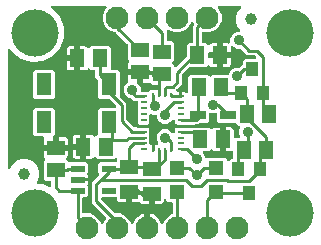
<source format=gbr>
G04 EAGLE Gerber RS-274X export*
G75*
%MOMM*%
%FSLAX34Y34*%
%LPD*%
%INTop Copper*%
%IPPOS*%
%AMOC8*
5,1,8,0,0,1.08239X$1,22.5*%
G01*
%ADD10R,0.475000X0.250000*%
%ADD11R,0.250000X0.375000*%
%ADD12R,1.500000X1.300000*%
%ADD13R,1.300000X1.500000*%
%ADD14R,1.300000X1.900000*%
%ADD15R,1.500000X1.200000*%
%ADD16C,1.000000*%
%ADD17R,1.000000X1.200000*%
%ADD18R,1.300000X1.200000*%
%ADD19R,1.200000X0.550000*%
%ADD20C,4.000000*%
%ADD21C,1.930400*%
%ADD22R,1.350000X0.800000*%
%ADD23C,0.254000*%
%ADD24C,0.906400*%

G36*
X82629Y15953D02*
X82629Y15953D01*
X82649Y15952D01*
X82785Y15980D01*
X82922Y16004D01*
X82940Y16012D01*
X82960Y16016D01*
X83086Y16078D01*
X83212Y16134D01*
X83228Y16147D01*
X83246Y16156D01*
X83352Y16247D01*
X83460Y16333D01*
X83473Y16349D01*
X83488Y16362D01*
X83568Y16476D01*
X83652Y16587D01*
X83664Y16612D01*
X83671Y16622D01*
X83678Y16642D01*
X83723Y16732D01*
X84913Y19607D01*
X85576Y20269D01*
X85649Y20363D01*
X85728Y20453D01*
X85746Y20489D01*
X85771Y20521D01*
X85819Y20630D01*
X85873Y20736D01*
X85882Y20775D01*
X85898Y20813D01*
X85916Y20930D01*
X85942Y21046D01*
X85941Y21087D01*
X85947Y21127D01*
X85936Y21245D01*
X85933Y21364D01*
X85921Y21403D01*
X85918Y21443D01*
X85877Y21555D01*
X85844Y21670D01*
X85824Y21705D01*
X85810Y21743D01*
X85743Y21841D01*
X85683Y21944D01*
X85643Y21989D01*
X85631Y22006D01*
X85616Y22019D01*
X85576Y22064D01*
X73659Y33982D01*
X73659Y51108D01*
X77098Y54547D01*
X79592Y57041D01*
X79665Y57135D01*
X79744Y57224D01*
X79762Y57260D01*
X79787Y57292D01*
X79834Y57402D01*
X79888Y57508D01*
X79897Y57547D01*
X79913Y57584D01*
X79932Y57702D01*
X79958Y57818D01*
X79957Y57858D01*
X79963Y57898D01*
X79952Y58017D01*
X79948Y58136D01*
X79937Y58174D01*
X79933Y58215D01*
X79893Y58327D01*
X79860Y58441D01*
X79839Y58476D01*
X79826Y58514D01*
X79759Y58613D01*
X79698Y58715D01*
X79658Y58760D01*
X79647Y58777D01*
X79632Y58791D01*
X79592Y58836D01*
X79390Y59038D01*
X79390Y66642D01*
X80879Y68131D01*
X94100Y68131D01*
X94218Y68146D01*
X94337Y68153D01*
X94375Y68166D01*
X94416Y68171D01*
X94526Y68214D01*
X94639Y68251D01*
X94674Y68273D01*
X94711Y68288D01*
X94807Y68357D01*
X94908Y68421D01*
X94936Y68451D01*
X94969Y68474D01*
X95045Y68566D01*
X95126Y68653D01*
X95146Y68688D01*
X95171Y68719D01*
X95222Y68827D01*
X95280Y68931D01*
X95290Y68971D01*
X95307Y69007D01*
X95329Y69124D01*
X95359Y69239D01*
X95363Y69299D01*
X95367Y69319D01*
X95365Y69340D01*
X95369Y69400D01*
X95369Y70292D01*
X95352Y70430D01*
X95339Y70568D01*
X95332Y70587D01*
X95329Y70607D01*
X95278Y70737D01*
X95231Y70868D01*
X95220Y70884D01*
X95212Y70903D01*
X95131Y71016D01*
X95053Y71131D01*
X95037Y71144D01*
X95026Y71160D01*
X94918Y71249D01*
X94814Y71341D01*
X94796Y71350D01*
X94781Y71363D01*
X94655Y71422D01*
X94531Y71486D01*
X94511Y71490D01*
X94493Y71499D01*
X94357Y71525D01*
X94221Y71555D01*
X94200Y71555D01*
X94181Y71559D01*
X94042Y71550D01*
X93903Y71546D01*
X93883Y71540D01*
X93863Y71539D01*
X93731Y71496D01*
X93597Y71457D01*
X93580Y71447D01*
X93561Y71441D01*
X93443Y71366D01*
X93323Y71296D01*
X93302Y71277D01*
X93292Y71271D01*
X93278Y71256D01*
X93259Y71239D01*
X78148Y71239D01*
X77097Y72289D01*
X77003Y72362D01*
X76914Y72441D01*
X76878Y72460D01*
X76846Y72484D01*
X76737Y72532D01*
X76631Y72586D01*
X76592Y72595D01*
X76554Y72611D01*
X76437Y72629D01*
X76321Y72655D01*
X76280Y72654D01*
X76240Y72661D01*
X76122Y72649D01*
X76003Y72646D01*
X75964Y72634D01*
X75924Y72631D01*
X75812Y72590D01*
X75697Y72557D01*
X75662Y72537D01*
X75624Y72523D01*
X75526Y72456D01*
X75423Y72396D01*
X75378Y72356D01*
X75361Y72345D01*
X75348Y72329D01*
X75302Y72289D01*
X74760Y71747D01*
X74181Y71412D01*
X73534Y71239D01*
X69239Y71239D01*
X69239Y80010D01*
X69224Y80128D01*
X69217Y80247D01*
X69204Y80285D01*
X69199Y80325D01*
X69155Y80436D01*
X69119Y80549D01*
X69097Y80584D01*
X69082Y80621D01*
X69012Y80717D01*
X68949Y80818D01*
X68919Y80846D01*
X68895Y80878D01*
X68804Y80954D01*
X68717Y81036D01*
X68682Y81055D01*
X68650Y81081D01*
X68543Y81132D01*
X68439Y81189D01*
X68399Y81200D01*
X68363Y81217D01*
X68246Y81239D01*
X68131Y81269D01*
X68070Y81273D01*
X68050Y81277D01*
X68030Y81275D01*
X67970Y81279D01*
X66699Y81279D01*
X66699Y81281D01*
X67970Y81281D01*
X68088Y81296D01*
X68207Y81303D01*
X68245Y81316D01*
X68285Y81321D01*
X68396Y81365D01*
X68509Y81401D01*
X68544Y81423D01*
X68581Y81438D01*
X68677Y81508D01*
X68778Y81571D01*
X68806Y81601D01*
X68838Y81625D01*
X68914Y81716D01*
X68996Y81803D01*
X69015Y81838D01*
X69041Y81870D01*
X69092Y81977D01*
X69149Y82081D01*
X69160Y82121D01*
X69177Y82157D01*
X69199Y82274D01*
X69229Y82389D01*
X69233Y82450D01*
X69237Y82470D01*
X69235Y82490D01*
X69239Y82550D01*
X69239Y91321D01*
X73534Y91321D01*
X74181Y91148D01*
X74760Y90813D01*
X75302Y90271D01*
X75397Y90198D01*
X75486Y90119D01*
X75522Y90100D01*
X75554Y90076D01*
X75663Y90028D01*
X75769Y89974D01*
X75808Y89965D01*
X75846Y89949D01*
X75964Y89931D01*
X76079Y89905D01*
X76120Y89906D01*
X76160Y89899D01*
X76278Y89911D01*
X76397Y89914D01*
X76436Y89926D01*
X76476Y89929D01*
X76588Y89970D01*
X76703Y90003D01*
X76738Y90023D01*
X76776Y90037D01*
X76874Y90104D01*
X76977Y90164D01*
X77022Y90204D01*
X77039Y90215D01*
X77052Y90231D01*
X77097Y90271D01*
X78148Y91321D01*
X78150Y91321D01*
X78268Y91336D01*
X78387Y91343D01*
X78425Y91356D01*
X78466Y91361D01*
X78576Y91404D01*
X78689Y91441D01*
X78724Y91463D01*
X78761Y91478D01*
X78857Y91547D01*
X78958Y91611D01*
X78986Y91641D01*
X79019Y91664D01*
X79095Y91756D01*
X79176Y91843D01*
X79196Y91878D01*
X79221Y91909D01*
X79272Y92017D01*
X79330Y92121D01*
X79340Y92161D01*
X79357Y92197D01*
X79379Y92314D01*
X79409Y92429D01*
X79413Y92489D01*
X79417Y92509D01*
X79415Y92530D01*
X79416Y92540D01*
X79417Y92543D01*
X79416Y92546D01*
X79419Y92590D01*
X79419Y112662D01*
X80908Y114151D01*
X93296Y114151D01*
X93433Y114168D01*
X93572Y114181D01*
X93591Y114188D01*
X93611Y114191D01*
X93740Y114242D01*
X93871Y114289D01*
X93888Y114300D01*
X93907Y114308D01*
X94020Y114389D01*
X94135Y114467D01*
X94148Y114483D01*
X94164Y114494D01*
X94253Y114602D01*
X94345Y114706D01*
X94354Y114724D01*
X94367Y114739D01*
X94426Y114865D01*
X94490Y114989D01*
X94494Y115009D01*
X94503Y115027D01*
X94529Y115163D01*
X94559Y115299D01*
X94559Y115320D01*
X94563Y115339D01*
X94554Y115478D01*
X94550Y115617D01*
X94544Y115637D01*
X94543Y115657D01*
X94500Y115789D01*
X94461Y115923D01*
X94451Y115940D01*
X94445Y115959D01*
X94370Y116077D01*
X94300Y116197D01*
X94281Y116218D01*
X94275Y116228D01*
X94260Y116242D01*
X94193Y116317D01*
X88813Y121698D01*
X88735Y121758D01*
X88663Y121826D01*
X88610Y121855D01*
X88562Y121892D01*
X88471Y121932D01*
X88384Y121980D01*
X88326Y121995D01*
X88270Y122019D01*
X88172Y122034D01*
X88076Y122059D01*
X87976Y122065D01*
X87956Y122069D01*
X87944Y122067D01*
X87916Y122069D01*
X80908Y122069D01*
X79419Y123558D01*
X79419Y137236D01*
X79407Y137334D01*
X79404Y137433D01*
X79387Y137491D01*
X79379Y137551D01*
X79343Y137643D01*
X79315Y137739D01*
X79285Y137791D01*
X79262Y137847D01*
X79204Y137927D01*
X79154Y138012D01*
X79088Y138088D01*
X79076Y138104D01*
X79066Y138112D01*
X79048Y138133D01*
X76809Y140372D01*
X76809Y144900D01*
X76794Y145018D01*
X76787Y145137D01*
X76774Y145175D01*
X76769Y145216D01*
X76726Y145326D01*
X76689Y145439D01*
X76667Y145474D01*
X76652Y145511D01*
X76583Y145607D01*
X76519Y145708D01*
X76489Y145736D01*
X76466Y145769D01*
X76374Y145845D01*
X76287Y145926D01*
X76252Y145946D01*
X76221Y145971D01*
X76113Y146022D01*
X76009Y146080D01*
X75969Y146090D01*
X75933Y146107D01*
X75816Y146129D01*
X75701Y146159D01*
X75641Y146163D01*
X75621Y146167D01*
X75600Y146165D01*
X75540Y146169D01*
X73068Y146169D01*
X72017Y147219D01*
X71923Y147292D01*
X71834Y147371D01*
X71798Y147390D01*
X71766Y147414D01*
X71657Y147462D01*
X71551Y147516D01*
X71512Y147525D01*
X71474Y147541D01*
X71357Y147559D01*
X71241Y147585D01*
X71200Y147584D01*
X71160Y147591D01*
X71042Y147579D01*
X70923Y147576D01*
X70884Y147564D01*
X70844Y147561D01*
X70732Y147520D01*
X70617Y147487D01*
X70582Y147467D01*
X70544Y147453D01*
X70446Y147386D01*
X70343Y147326D01*
X70298Y147286D01*
X70281Y147275D01*
X70268Y147259D01*
X70222Y147219D01*
X69680Y146677D01*
X69101Y146342D01*
X68454Y146169D01*
X64159Y146169D01*
X64159Y154940D01*
X64144Y155058D01*
X64137Y155177D01*
X64124Y155215D01*
X64119Y155255D01*
X64075Y155366D01*
X64039Y155479D01*
X64017Y155514D01*
X64002Y155551D01*
X63932Y155647D01*
X63869Y155748D01*
X63839Y155776D01*
X63815Y155808D01*
X63724Y155884D01*
X63637Y155966D01*
X63602Y155985D01*
X63570Y156011D01*
X63463Y156062D01*
X63359Y156119D01*
X63319Y156130D01*
X63283Y156147D01*
X63166Y156169D01*
X63051Y156199D01*
X62990Y156203D01*
X62970Y156207D01*
X62950Y156205D01*
X62890Y156209D01*
X61619Y156209D01*
X61619Y156211D01*
X62890Y156211D01*
X63008Y156226D01*
X63127Y156233D01*
X63165Y156246D01*
X63205Y156251D01*
X63316Y156295D01*
X63429Y156331D01*
X63464Y156353D01*
X63501Y156368D01*
X63597Y156438D01*
X63698Y156501D01*
X63726Y156531D01*
X63758Y156555D01*
X63834Y156646D01*
X63916Y156733D01*
X63935Y156768D01*
X63961Y156800D01*
X64012Y156907D01*
X64069Y157011D01*
X64080Y157051D01*
X64097Y157087D01*
X64119Y157204D01*
X64149Y157319D01*
X64153Y157380D01*
X64157Y157400D01*
X64155Y157420D01*
X64159Y157480D01*
X64159Y166251D01*
X68454Y166251D01*
X69101Y166078D01*
X69680Y165743D01*
X70222Y165201D01*
X70317Y165128D01*
X70406Y165049D01*
X70442Y165030D01*
X70474Y165006D01*
X70583Y164958D01*
X70689Y164904D01*
X70728Y164895D01*
X70766Y164879D01*
X70884Y164861D01*
X70999Y164835D01*
X71040Y164836D01*
X71080Y164829D01*
X71198Y164841D01*
X71317Y164844D01*
X71356Y164856D01*
X71396Y164859D01*
X71508Y164900D01*
X71623Y164933D01*
X71658Y164953D01*
X71696Y164967D01*
X71794Y165034D01*
X71897Y165094D01*
X71942Y165134D01*
X71959Y165145D01*
X71972Y165161D01*
X72017Y165201D01*
X73068Y166251D01*
X88172Y166251D01*
X89661Y164762D01*
X89661Y147420D01*
X89676Y147302D01*
X89683Y147183D01*
X89696Y147145D01*
X89701Y147104D01*
X89744Y146994D01*
X89781Y146881D01*
X89803Y146846D01*
X89818Y146809D01*
X89887Y146713D01*
X89951Y146612D01*
X89981Y146584D01*
X90004Y146551D01*
X90096Y146475D01*
X90183Y146394D01*
X90218Y146374D01*
X90249Y146349D01*
X90357Y146298D01*
X90461Y146240D01*
X90501Y146230D01*
X90537Y146213D01*
X90654Y146191D01*
X90769Y146161D01*
X90829Y146157D01*
X90849Y146153D01*
X90870Y146155D01*
X90930Y146151D01*
X96012Y146151D01*
X97501Y144662D01*
X97501Y124314D01*
X97513Y124216D01*
X97516Y124117D01*
X97533Y124059D01*
X97541Y123999D01*
X97577Y123907D01*
X97605Y123811D01*
X97635Y123759D01*
X97658Y123703D01*
X97716Y123623D01*
X97766Y123538D01*
X97832Y123462D01*
X97844Y123446D01*
X97854Y123438D01*
X97872Y123417D01*
X102871Y118418D01*
X102871Y104974D01*
X102883Y104876D01*
X102886Y104777D01*
X102903Y104719D01*
X102911Y104659D01*
X102947Y104567D01*
X102975Y104471D01*
X103005Y104419D01*
X103028Y104363D01*
X103086Y104283D01*
X103136Y104198D01*
X103202Y104122D01*
X103214Y104106D01*
X103224Y104098D01*
X103242Y104077D01*
X109037Y98282D01*
X109115Y98222D01*
X109187Y98154D01*
X109240Y98125D01*
X109288Y98088D01*
X109379Y98048D01*
X109466Y98000D01*
X109524Y97985D01*
X109580Y97961D01*
X109678Y97946D01*
X109774Y97921D01*
X109874Y97915D01*
X109894Y97911D01*
X109906Y97913D01*
X109934Y97911D01*
X111540Y97911D01*
X111658Y97926D01*
X111777Y97933D01*
X111815Y97946D01*
X111856Y97951D01*
X111966Y97994D01*
X112079Y98031D01*
X112114Y98053D01*
X112151Y98068D01*
X112247Y98137D01*
X112348Y98201D01*
X112376Y98231D01*
X112409Y98254D01*
X112485Y98346D01*
X112566Y98433D01*
X112586Y98468D01*
X112611Y98499D01*
X112662Y98607D01*
X112720Y98711D01*
X112730Y98751D01*
X112747Y98787D01*
X112769Y98904D01*
X112799Y99019D01*
X112803Y99079D01*
X112807Y99099D01*
X112805Y99120D01*
X112809Y99180D01*
X112809Y100684D01*
X112855Y100855D01*
X112869Y100959D01*
X112892Y101063D01*
X112891Y101116D01*
X112898Y101170D01*
X112886Y101275D01*
X112883Y101380D01*
X112868Y101432D01*
X112862Y101486D01*
X112824Y101584D01*
X112809Y101634D01*
X112809Y119020D01*
X112794Y119138D01*
X112787Y119257D01*
X112774Y119295D01*
X112769Y119336D01*
X112726Y119446D01*
X112689Y119559D01*
X112667Y119594D01*
X112652Y119631D01*
X112583Y119727D01*
X112519Y119828D01*
X112489Y119856D01*
X112466Y119889D01*
X112374Y119965D01*
X112287Y120046D01*
X112252Y120066D01*
X112221Y120091D01*
X112113Y120142D01*
X112009Y120200D01*
X111969Y120210D01*
X111933Y120227D01*
X111816Y120249D01*
X111701Y120279D01*
X111641Y120283D01*
X111621Y120287D01*
X111600Y120285D01*
X111540Y120289D01*
X109272Y120289D01*
X107465Y122096D01*
X107387Y122156D01*
X107315Y122224D01*
X107262Y122253D01*
X107214Y122290D01*
X107123Y122330D01*
X107036Y122378D01*
X106978Y122393D01*
X106922Y122417D01*
X106824Y122432D01*
X106728Y122457D01*
X106628Y122463D01*
X106608Y122467D01*
X106596Y122465D01*
X106568Y122467D01*
X106543Y122467D01*
X103944Y123544D01*
X101954Y125534D01*
X100877Y128133D01*
X100877Y130947D01*
X101954Y133546D01*
X104055Y135647D01*
X104119Y135730D01*
X104191Y135808D01*
X104217Y135856D01*
X104250Y135898D01*
X104292Y135995D01*
X104342Y136088D01*
X104355Y136141D01*
X104376Y136190D01*
X104393Y136295D01*
X104418Y136397D01*
X104417Y136451D01*
X104426Y136504D01*
X104416Y136610D01*
X104415Y136715D01*
X104398Y136799D01*
X104396Y136821D01*
X104391Y136836D01*
X104383Y136873D01*
X104259Y137336D01*
X104259Y141631D01*
X111761Y141631D01*
X111761Y136257D01*
X111773Y136159D01*
X111776Y136060D01*
X111793Y136002D01*
X111801Y135942D01*
X111837Y135850D01*
X111865Y135755D01*
X111895Y135702D01*
X111918Y135646D01*
X111976Y135566D01*
X112026Y135481D01*
X112093Y135405D01*
X112105Y135389D01*
X112114Y135381D01*
X112133Y135360D01*
X113946Y133546D01*
X115023Y130947D01*
X115023Y129180D01*
X115038Y129062D01*
X115045Y128943D01*
X115058Y128905D01*
X115063Y128864D01*
X115106Y128754D01*
X115143Y128641D01*
X115165Y128606D01*
X115180Y128569D01*
X115249Y128473D01*
X115313Y128372D01*
X115343Y128344D01*
X115366Y128311D01*
X115458Y128235D01*
X115545Y128154D01*
X115580Y128134D01*
X115611Y128109D01*
X115719Y128058D01*
X115823Y128000D01*
X115863Y127990D01*
X115899Y127973D01*
X116016Y127951D01*
X116131Y127921D01*
X116191Y127917D01*
X116211Y127913D01*
X116232Y127915D01*
X116292Y127911D01*
X119651Y127911D01*
X119689Y127901D01*
X119789Y127895D01*
X119809Y127891D01*
X119821Y127893D01*
X119849Y127891D01*
X121393Y127891D01*
X121488Y127876D01*
X121604Y127850D01*
X121645Y127851D01*
X121685Y127845D01*
X121803Y127856D01*
X121922Y127859D01*
X121961Y127871D01*
X122001Y127874D01*
X122113Y127915D01*
X122228Y127948D01*
X122263Y127968D01*
X122301Y127982D01*
X122399Y128049D01*
X122502Y128109D01*
X122547Y128149D01*
X122564Y128161D01*
X122577Y128176D01*
X122623Y128216D01*
X123548Y129141D01*
X128303Y129141D01*
X128311Y129137D01*
X128363Y129124D01*
X128412Y129102D01*
X128517Y129086D01*
X128620Y129061D01*
X128673Y129061D01*
X128726Y129053D01*
X128832Y129062D01*
X128938Y129063D01*
X129021Y129080D01*
X129043Y129082D01*
X129058Y129088D01*
X129095Y129095D01*
X129266Y129141D01*
X130770Y129141D01*
X130888Y129156D01*
X131007Y129163D01*
X131045Y129176D01*
X131086Y129181D01*
X131196Y129224D01*
X131309Y129261D01*
X131344Y129283D01*
X131381Y129298D01*
X131477Y129367D01*
X131578Y129431D01*
X131606Y129461D01*
X131639Y129484D01*
X131715Y129576D01*
X131796Y129663D01*
X131816Y129698D01*
X131841Y129729D01*
X131892Y129837D01*
X131950Y129941D01*
X131960Y129981D01*
X131977Y130017D01*
X131999Y130134D01*
X132029Y130249D01*
X132033Y130309D01*
X132037Y130329D01*
X132035Y130350D01*
X132039Y130410D01*
X132039Y132590D01*
X132024Y132708D01*
X132017Y132827D01*
X132004Y132865D01*
X131999Y132906D01*
X131956Y133016D01*
X131919Y133129D01*
X131897Y133164D01*
X131882Y133201D01*
X131813Y133297D01*
X131749Y133398D01*
X131719Y133426D01*
X131696Y133459D01*
X131604Y133535D01*
X131517Y133616D01*
X131482Y133636D01*
X131451Y133661D01*
X131343Y133712D01*
X131239Y133770D01*
X131199Y133780D01*
X131163Y133797D01*
X131046Y133819D01*
X130931Y133849D01*
X130871Y133853D01*
X130851Y133857D01*
X130830Y133855D01*
X130770Y133859D01*
X125516Y133859D01*
X124869Y134032D01*
X124290Y134367D01*
X123751Y134905D01*
X123668Y134970D01*
X123590Y135042D01*
X123543Y135067D01*
X123500Y135100D01*
X123403Y135142D01*
X123310Y135192D01*
X123258Y135205D01*
X123208Y135227D01*
X123104Y135243D01*
X123001Y135269D01*
X122948Y135268D01*
X122894Y135277D01*
X122789Y135267D01*
X122683Y135266D01*
X122599Y135249D01*
X122578Y135247D01*
X122563Y135242D01*
X122525Y135234D01*
X122134Y135129D01*
X116839Y135129D01*
X116839Y141631D01*
X124341Y141631D01*
X124341Y141630D01*
X124356Y141512D01*
X124363Y141393D01*
X124376Y141355D01*
X124381Y141315D01*
X124424Y141204D01*
X124461Y141091D01*
X124483Y141056D01*
X124498Y141019D01*
X124567Y140923D01*
X124631Y140822D01*
X124661Y140794D01*
X124684Y140761D01*
X124776Y140686D01*
X124863Y140604D01*
X124898Y140584D01*
X124929Y140559D01*
X125037Y140508D01*
X125141Y140450D01*
X125181Y140440D01*
X125217Y140423D01*
X125334Y140401D01*
X125449Y140371D01*
X125509Y140367D01*
X125529Y140363D01*
X125550Y140365D01*
X125610Y140361D01*
X132080Y140361D01*
X132198Y140376D01*
X132317Y140383D01*
X132355Y140396D01*
X132395Y140401D01*
X132506Y140444D01*
X132619Y140481D01*
X132654Y140503D01*
X132691Y140518D01*
X132787Y140588D01*
X132888Y140651D01*
X132916Y140681D01*
X132948Y140705D01*
X133024Y140796D01*
X133106Y140883D01*
X133125Y140918D01*
X133151Y140949D01*
X133202Y141057D01*
X133259Y141161D01*
X133270Y141201D01*
X133287Y141237D01*
X133309Y141354D01*
X133339Y141469D01*
X133343Y141530D01*
X133347Y141550D01*
X133345Y141570D01*
X133349Y141630D01*
X133349Y144170D01*
X133334Y144288D01*
X133327Y144407D01*
X133314Y144445D01*
X133309Y144485D01*
X133266Y144596D01*
X133229Y144709D01*
X133207Y144744D01*
X133192Y144781D01*
X133122Y144877D01*
X133059Y144978D01*
X133029Y145006D01*
X133005Y145038D01*
X132914Y145114D01*
X132827Y145196D01*
X132792Y145215D01*
X132760Y145241D01*
X132653Y145292D01*
X132549Y145349D01*
X132509Y145360D01*
X132473Y145377D01*
X132356Y145399D01*
X132241Y145429D01*
X132180Y145433D01*
X132160Y145437D01*
X132140Y145435D01*
X132080Y145439D01*
X123309Y145439D01*
X123309Y145440D01*
X123294Y145558D01*
X123287Y145677D01*
X123274Y145715D01*
X123269Y145755D01*
X123226Y145866D01*
X123189Y145979D01*
X123167Y146013D01*
X123152Y146051D01*
X123083Y146147D01*
X123019Y146248D01*
X122989Y146276D01*
X122966Y146308D01*
X122874Y146384D01*
X122787Y146466D01*
X122752Y146486D01*
X122721Y146511D01*
X122613Y146562D01*
X122509Y146619D01*
X122469Y146630D01*
X122433Y146647D01*
X122316Y146669D01*
X122201Y146699D01*
X122141Y146703D01*
X122121Y146707D01*
X122100Y146705D01*
X122040Y146709D01*
X115570Y146709D01*
X115452Y146694D01*
X115333Y146687D01*
X115295Y146674D01*
X115255Y146669D01*
X115144Y146625D01*
X115031Y146589D01*
X114996Y146567D01*
X114959Y146552D01*
X114863Y146482D01*
X114762Y146419D01*
X114734Y146389D01*
X114702Y146365D01*
X114626Y146274D01*
X114544Y146187D01*
X114525Y146152D01*
X114499Y146120D01*
X114448Y146013D01*
X114391Y145909D01*
X114380Y145869D01*
X114363Y145833D01*
X114341Y145716D01*
X114311Y145601D01*
X114307Y145540D01*
X114303Y145520D01*
X114305Y145500D01*
X114301Y145440D01*
X114301Y144169D01*
X114299Y144169D01*
X114299Y145440D01*
X114284Y145558D01*
X114277Y145677D01*
X114264Y145715D01*
X114259Y145755D01*
X114215Y145866D01*
X114179Y145979D01*
X114157Y146014D01*
X114142Y146051D01*
X114072Y146147D01*
X114009Y146248D01*
X113979Y146276D01*
X113955Y146308D01*
X113864Y146384D01*
X113777Y146466D01*
X113742Y146485D01*
X113710Y146511D01*
X113603Y146562D01*
X113499Y146619D01*
X113459Y146630D01*
X113423Y146647D01*
X113306Y146669D01*
X113191Y146699D01*
X113130Y146703D01*
X113110Y146707D01*
X113090Y146705D01*
X113030Y146709D01*
X104259Y146709D01*
X104259Y151004D01*
X104432Y151651D01*
X104767Y152230D01*
X105309Y152772D01*
X105382Y152867D01*
X105461Y152956D01*
X105480Y152992D01*
X105504Y153024D01*
X105552Y153133D01*
X105606Y153239D01*
X105615Y153278D01*
X105631Y153316D01*
X105649Y153434D01*
X105675Y153549D01*
X105674Y153590D01*
X105681Y153630D01*
X105669Y153748D01*
X105666Y153867D01*
X105654Y153906D01*
X105651Y153946D01*
X105610Y154058D01*
X105577Y154173D01*
X105557Y154208D01*
X105543Y154246D01*
X105476Y154344D01*
X105416Y154447D01*
X105376Y154492D01*
X105365Y154509D01*
X105349Y154522D01*
X105309Y154567D01*
X104259Y155618D01*
X104259Y167296D01*
X104247Y167394D01*
X104244Y167493D01*
X104227Y167551D01*
X104219Y167611D01*
X104183Y167703D01*
X104155Y167799D01*
X104125Y167851D01*
X104102Y167907D01*
X104044Y167987D01*
X103994Y168072D01*
X103928Y168148D01*
X103916Y168164D01*
X103906Y168172D01*
X103888Y168193D01*
X94145Y177936D01*
X94067Y177996D01*
X93995Y178064D01*
X93942Y178093D01*
X93894Y178130D01*
X93803Y178170D01*
X93716Y178218D01*
X93658Y178233D01*
X93602Y178257D01*
X93504Y178272D01*
X93409Y178297D01*
X93308Y178303D01*
X93288Y178307D01*
X93276Y178305D01*
X93248Y178307D01*
X92825Y178307D01*
X88343Y180163D01*
X84913Y183593D01*
X83057Y188075D01*
X83057Y192925D01*
X84913Y197407D01*
X85999Y198493D01*
X86084Y198602D01*
X86173Y198709D01*
X86182Y198728D01*
X86194Y198744D01*
X86250Y198871D01*
X86309Y198997D01*
X86313Y199017D01*
X86321Y199036D01*
X86343Y199174D01*
X86369Y199310D01*
X86367Y199330D01*
X86371Y199350D01*
X86357Y199489D01*
X86349Y199627D01*
X86343Y199646D01*
X86341Y199666D01*
X86294Y199798D01*
X86251Y199929D01*
X86240Y199947D01*
X86233Y199966D01*
X86155Y200081D01*
X86081Y200198D01*
X86066Y200212D01*
X86055Y200229D01*
X85950Y200321D01*
X85849Y200416D01*
X85831Y200426D01*
X85816Y200439D01*
X85692Y200503D01*
X85571Y200570D01*
X85551Y200575D01*
X85533Y200584D01*
X85397Y200614D01*
X85263Y200649D01*
X85235Y200651D01*
X85223Y200654D01*
X85202Y200653D01*
X85102Y200659D01*
X40415Y200659D01*
X40389Y200656D01*
X40363Y200658D01*
X40232Y200636D01*
X40099Y200619D01*
X40075Y200610D01*
X40050Y200606D01*
X39928Y200551D01*
X39804Y200502D01*
X39783Y200487D01*
X39759Y200477D01*
X39654Y200394D01*
X39546Y200316D01*
X39530Y200296D01*
X39509Y200280D01*
X39429Y200174D01*
X39343Y200071D01*
X39332Y200047D01*
X39317Y200027D01*
X39265Y199904D01*
X39208Y199783D01*
X39203Y199758D01*
X39193Y199734D01*
X39173Y199601D01*
X39148Y199471D01*
X39150Y199445D01*
X39146Y199419D01*
X39160Y199286D01*
X39168Y199153D01*
X39176Y199129D01*
X39178Y199103D01*
X39225Y198977D01*
X39266Y198851D01*
X39280Y198829D01*
X39289Y198805D01*
X39365Y198695D01*
X39436Y198582D01*
X39455Y198564D01*
X39470Y198543D01*
X39570Y198456D01*
X39668Y198364D01*
X39690Y198351D01*
X39710Y198335D01*
X39849Y198254D01*
X40574Y197893D01*
X46807Y191055D01*
X50150Y182427D01*
X50150Y173173D01*
X46807Y164545D01*
X40574Y157707D01*
X32291Y153582D01*
X23077Y152729D01*
X14177Y155261D01*
X6793Y160837D01*
X4889Y163912D01*
X4810Y164010D01*
X4736Y164112D01*
X4710Y164133D01*
X4689Y164159D01*
X4588Y164234D01*
X4491Y164315D01*
X4461Y164329D01*
X4434Y164349D01*
X4317Y164397D01*
X4203Y164450D01*
X4170Y164457D01*
X4140Y164469D01*
X4014Y164486D01*
X3890Y164510D01*
X3857Y164508D01*
X3825Y164513D01*
X3699Y164498D01*
X3573Y164490D01*
X3542Y164480D01*
X3509Y164476D01*
X3390Y164431D01*
X3271Y164392D01*
X3243Y164375D01*
X3212Y164363D01*
X3109Y164290D01*
X3002Y164222D01*
X2979Y164198D01*
X2952Y164179D01*
X2871Y164083D01*
X2784Y163991D01*
X2768Y163962D01*
X2747Y163936D01*
X2691Y163823D01*
X2630Y163712D01*
X2622Y163680D01*
X2608Y163650D01*
X2582Y163526D01*
X2551Y163404D01*
X2548Y163356D01*
X2544Y163339D01*
X2545Y163317D01*
X2541Y163243D01*
X2541Y63847D01*
X2549Y63777D01*
X2548Y63708D01*
X2569Y63620D01*
X2581Y63531D01*
X2606Y63466D01*
X2623Y63398D01*
X2665Y63319D01*
X2698Y63235D01*
X2739Y63179D01*
X2771Y63117D01*
X2832Y63051D01*
X2884Y62978D01*
X2938Y62934D01*
X2985Y62882D01*
X3060Y62833D01*
X3129Y62775D01*
X3193Y62746D01*
X3251Y62707D01*
X3336Y62678D01*
X3417Y62640D01*
X3486Y62627D01*
X3552Y62604D01*
X3641Y62597D01*
X3729Y62580D01*
X3799Y62584D01*
X3869Y62579D01*
X3957Y62594D01*
X4047Y62600D01*
X4113Y62621D01*
X4182Y62633D01*
X4264Y62670D01*
X4349Y62698D01*
X4408Y62735D01*
X4472Y62764D01*
X4542Y62820D01*
X4618Y62868D01*
X4666Y62919D01*
X4720Y62962D01*
X4775Y63034D01*
X4836Y63100D01*
X4870Y63161D01*
X4912Y63216D01*
X4983Y63361D01*
X5878Y65524D01*
X9406Y69052D01*
X14015Y70961D01*
X19005Y70961D01*
X23614Y69052D01*
X27142Y65524D01*
X29051Y60915D01*
X29051Y55925D01*
X27313Y51731D01*
X27274Y51587D01*
X27232Y51442D01*
X27232Y51433D01*
X27229Y51424D01*
X27227Y51274D01*
X27222Y51124D01*
X27224Y51115D01*
X27224Y51106D01*
X27259Y50959D01*
X27292Y50814D01*
X27296Y50805D01*
X27298Y50797D01*
X27369Y50662D01*
X27437Y50530D01*
X27443Y50524D01*
X27447Y50515D01*
X27547Y50405D01*
X27647Y50292D01*
X27655Y50287D01*
X27661Y50280D01*
X27786Y50198D01*
X27910Y50113D01*
X27919Y50110D01*
X27927Y50105D01*
X28069Y50057D01*
X28210Y50006D01*
X28222Y50004D01*
X28227Y50002D01*
X28241Y50001D01*
X28369Y49981D01*
X32291Y49618D01*
X37534Y47006D01*
X37623Y46976D01*
X37707Y46936D01*
X37772Y46923D01*
X37834Y46902D01*
X37928Y46894D01*
X38020Y46876D01*
X38085Y46880D01*
X38151Y46874D01*
X38244Y46890D01*
X38337Y46896D01*
X38400Y46916D01*
X38465Y46927D01*
X38551Y46965D01*
X38639Y46994D01*
X38695Y47029D01*
X38756Y47056D01*
X38829Y47114D01*
X38908Y47164D01*
X38953Y47212D01*
X39005Y47253D01*
X39062Y47327D01*
X39126Y47396D01*
X39158Y47453D01*
X39198Y47506D01*
X39235Y47592D01*
X39280Y47674D01*
X39296Y47738D01*
X39322Y47799D01*
X39336Y47891D01*
X39359Y47982D01*
X39366Y48096D01*
X39369Y48113D01*
X39368Y48123D01*
X39369Y48143D01*
X39369Y51310D01*
X39354Y51428D01*
X39347Y51547D01*
X39334Y51585D01*
X39329Y51626D01*
X39286Y51736D01*
X39249Y51849D01*
X39227Y51884D01*
X39212Y51921D01*
X39143Y52017D01*
X39079Y52118D01*
X39049Y52146D01*
X39026Y52179D01*
X38934Y52255D01*
X38847Y52336D01*
X38812Y52356D01*
X38781Y52381D01*
X38673Y52432D01*
X38569Y52490D01*
X38529Y52500D01*
X38493Y52517D01*
X38376Y52539D01*
X38261Y52569D01*
X38201Y52573D01*
X38181Y52577D01*
X38160Y52575D01*
X38100Y52579D01*
X34628Y52579D01*
X33139Y54068D01*
X33139Y69172D01*
X34189Y70223D01*
X34262Y70317D01*
X34341Y70406D01*
X34360Y70442D01*
X34384Y70474D01*
X34432Y70583D01*
X34486Y70689D01*
X34495Y70728D01*
X34511Y70766D01*
X34529Y70883D01*
X34555Y70999D01*
X34554Y71040D01*
X34561Y71080D01*
X34549Y71198D01*
X34546Y71317D01*
X34534Y71356D01*
X34531Y71396D01*
X34490Y71508D01*
X34457Y71623D01*
X34437Y71658D01*
X34423Y71696D01*
X34356Y71794D01*
X34296Y71897D01*
X34256Y71942D01*
X34245Y71959D01*
X34229Y71972D01*
X34189Y72018D01*
X33647Y72560D01*
X33312Y73139D01*
X33139Y73786D01*
X33139Y78081D01*
X41910Y78081D01*
X42028Y78096D01*
X42147Y78103D01*
X42185Y78116D01*
X42225Y78121D01*
X42336Y78164D01*
X42449Y78201D01*
X42484Y78223D01*
X42521Y78238D01*
X42617Y78308D01*
X42718Y78371D01*
X42746Y78401D01*
X42778Y78425D01*
X42854Y78516D01*
X42936Y78603D01*
X42955Y78638D01*
X42981Y78669D01*
X43032Y78777D01*
X43089Y78881D01*
X43100Y78921D01*
X43117Y78957D01*
X43139Y79074D01*
X43169Y79189D01*
X43173Y79250D01*
X43177Y79270D01*
X43175Y79290D01*
X43179Y79350D01*
X43179Y80621D01*
X43181Y80621D01*
X43181Y79350D01*
X43196Y79232D01*
X43203Y79113D01*
X43216Y79075D01*
X43221Y79035D01*
X43265Y78924D01*
X43301Y78811D01*
X43323Y78776D01*
X43338Y78739D01*
X43408Y78643D01*
X43471Y78542D01*
X43501Y78514D01*
X43525Y78481D01*
X43616Y78406D01*
X43703Y78324D01*
X43738Y78304D01*
X43770Y78279D01*
X43877Y78228D01*
X43981Y78170D01*
X44021Y78160D01*
X44057Y78143D01*
X44174Y78121D01*
X44289Y78091D01*
X44350Y78087D01*
X44370Y78083D01*
X44390Y78085D01*
X44450Y78081D01*
X53221Y78081D01*
X53221Y73786D01*
X53048Y73139D01*
X52713Y72560D01*
X52171Y72018D01*
X52098Y71923D01*
X52019Y71834D01*
X52001Y71798D01*
X51976Y71766D01*
X51928Y71657D01*
X51874Y71551D01*
X51865Y71512D01*
X51849Y71474D01*
X51831Y71357D01*
X51805Y71241D01*
X51806Y71200D01*
X51800Y71160D01*
X51811Y71042D01*
X51814Y70923D01*
X51826Y70884D01*
X51829Y70844D01*
X51870Y70731D01*
X51903Y70617D01*
X51923Y70583D01*
X51937Y70544D01*
X52004Y70446D01*
X52064Y70343D01*
X52104Y70298D01*
X52116Y70281D01*
X52131Y70268D01*
X52171Y70223D01*
X53249Y69144D01*
X53256Y69125D01*
X53261Y69084D01*
X53304Y68974D01*
X53341Y68861D01*
X53363Y68826D01*
X53378Y68789D01*
X53447Y68693D01*
X53511Y68592D01*
X53541Y68564D01*
X53564Y68531D01*
X53656Y68455D01*
X53743Y68374D01*
X53778Y68354D01*
X53809Y68329D01*
X53917Y68278D01*
X54021Y68220D01*
X54061Y68210D01*
X54097Y68193D01*
X54214Y68171D01*
X54329Y68141D01*
X54389Y68137D01*
X54409Y68133D01*
X54430Y68135D01*
X54490Y68131D01*
X68981Y68131D01*
X70470Y66642D01*
X70470Y59038D01*
X70329Y58897D01*
X70260Y58808D01*
X70185Y58724D01*
X70163Y58683D01*
X70134Y58645D01*
X70089Y58542D01*
X70037Y58443D01*
X70026Y58397D01*
X70007Y58353D01*
X69990Y58242D01*
X69964Y58133D01*
X69965Y58086D01*
X69958Y58039D01*
X69968Y57927D01*
X69970Y57815D01*
X69983Y57770D01*
X69987Y57723D01*
X70025Y57617D01*
X70055Y57509D01*
X70088Y57444D01*
X70095Y57423D01*
X70105Y57408D01*
X70127Y57364D01*
X70297Y57071D01*
X70470Y56424D01*
X70470Y54714D01*
X62034Y54714D01*
X61916Y54699D01*
X61797Y54692D01*
X61759Y54679D01*
X61719Y54674D01*
X61608Y54631D01*
X61495Y54594D01*
X61461Y54572D01*
X61423Y54557D01*
X61327Y54488D01*
X61226Y54424D01*
X61198Y54394D01*
X61166Y54371D01*
X61090Y54279D01*
X61008Y54192D01*
X60989Y54157D01*
X60963Y54126D01*
X60912Y54018D01*
X60855Y53914D01*
X60845Y53874D01*
X60827Y53838D01*
X60805Y53721D01*
X60775Y53606D01*
X60771Y53546D01*
X60768Y53526D01*
X60769Y53505D01*
X60765Y53445D01*
X60765Y53235D01*
X60780Y53117D01*
X60787Y52998D01*
X60800Y52960D01*
X60805Y52919D01*
X60849Y52809D01*
X60885Y52696D01*
X60907Y52661D01*
X60922Y52624D01*
X60992Y52527D01*
X61055Y52427D01*
X61085Y52399D01*
X61109Y52366D01*
X61200Y52290D01*
X61287Y52209D01*
X61322Y52189D01*
X61354Y52164D01*
X61461Y52113D01*
X61566Y52055D01*
X61605Y52045D01*
X61641Y52028D01*
X61758Y52006D01*
X61874Y51976D01*
X61934Y51972D01*
X61954Y51968D01*
X61974Y51970D01*
X62034Y51966D01*
X70470Y51966D01*
X70470Y50256D01*
X70297Y49609D01*
X70127Y49316D01*
X70083Y49212D01*
X70032Y49112D01*
X70022Y49066D01*
X70004Y49022D01*
X69987Y48911D01*
X69963Y48802D01*
X69964Y48755D01*
X69957Y48708D01*
X69969Y48596D01*
X69972Y48484D01*
X69985Y48438D01*
X69990Y48392D01*
X70030Y48286D01*
X70061Y48178D01*
X70085Y48138D01*
X70101Y48093D01*
X70165Y48001D01*
X70222Y47904D01*
X70270Y47850D01*
X70282Y47832D01*
X70296Y47820D01*
X70329Y47783D01*
X70470Y47642D01*
X70470Y40038D01*
X68981Y38549D01*
X67009Y38549D01*
X66891Y38534D01*
X66772Y38527D01*
X66734Y38514D01*
X66693Y38509D01*
X66583Y38466D01*
X66470Y38429D01*
X66435Y38407D01*
X66398Y38392D01*
X66302Y38323D01*
X66201Y38259D01*
X66173Y38229D01*
X66140Y38206D01*
X66064Y38114D01*
X65983Y38027D01*
X65963Y37992D01*
X65938Y37961D01*
X65887Y37853D01*
X65829Y37749D01*
X65819Y37709D01*
X65802Y37673D01*
X65780Y37556D01*
X65750Y37441D01*
X65746Y37381D01*
X65742Y37361D01*
X65744Y37340D01*
X65740Y37280D01*
X65740Y26094D01*
X65746Y26045D01*
X65744Y25995D01*
X65766Y25888D01*
X65780Y25779D01*
X65798Y25733D01*
X65808Y25684D01*
X65856Y25585D01*
X65897Y25483D01*
X65926Y25443D01*
X65948Y25398D01*
X66019Y25315D01*
X66083Y25226D01*
X66122Y25194D01*
X66154Y25156D01*
X66244Y25093D01*
X66328Y25023D01*
X66373Y25002D01*
X66414Y24973D01*
X66517Y24934D01*
X66616Y24887D01*
X66665Y24878D01*
X66711Y24860D01*
X66821Y24848D01*
X66928Y24828D01*
X66978Y24831D01*
X67027Y24825D01*
X67136Y24841D01*
X67246Y24847D01*
X67293Y24863D01*
X67342Y24870D01*
X67410Y24893D01*
X72275Y24893D01*
X76757Y23037D01*
X80187Y19607D01*
X81377Y16732D01*
X81446Y16611D01*
X81511Y16488D01*
X81525Y16473D01*
X81535Y16455D01*
X81632Y16355D01*
X81725Y16253D01*
X81742Y16241D01*
X81756Y16227D01*
X81874Y16154D01*
X81991Y16078D01*
X82010Y16071D01*
X82027Y16061D01*
X82160Y16020D01*
X82292Y15975D01*
X82312Y15973D01*
X82331Y15967D01*
X82470Y15960D01*
X82609Y15949D01*
X82629Y15953D01*
G37*
G36*
X149093Y122926D02*
X149093Y122926D01*
X149212Y122933D01*
X149250Y122946D01*
X149291Y122951D01*
X149401Y122994D01*
X149515Y123031D01*
X149549Y123053D01*
X149586Y123068D01*
X149683Y123137D01*
X149783Y123201D01*
X149811Y123231D01*
X149844Y123254D01*
X149920Y123346D01*
X150001Y123433D01*
X150021Y123468D01*
X150047Y123499D01*
X150097Y123607D01*
X150155Y123711D01*
X150165Y123751D01*
X150182Y123787D01*
X150204Y123904D01*
X150234Y124019D01*
X150238Y124079D01*
X150242Y124099D01*
X150241Y124120D01*
X150244Y124180D01*
X150244Y127891D01*
X151684Y127891D01*
X152331Y127718D01*
X152910Y127383D01*
X153282Y127011D01*
X153392Y126925D01*
X153499Y126837D01*
X153518Y126828D01*
X153534Y126816D01*
X153662Y126760D01*
X153787Y126701D01*
X153807Y126697D01*
X153826Y126689D01*
X153964Y126667D01*
X154100Y126641D01*
X154120Y126643D01*
X154140Y126639D01*
X154279Y126653D01*
X154417Y126661D01*
X154436Y126667D01*
X154456Y126669D01*
X154587Y126716D01*
X154719Y126759D01*
X154737Y126770D01*
X154756Y126777D01*
X154870Y126855D01*
X154988Y126929D01*
X155002Y126944D01*
X155019Y126955D01*
X155111Y127060D01*
X155206Y127161D01*
X155216Y127179D01*
X155229Y127194D01*
X155293Y127318D01*
X155360Y127439D01*
X155365Y127459D01*
X155374Y127477D01*
X155404Y127613D01*
X155439Y127747D01*
X155441Y127775D01*
X155444Y127787D01*
X155443Y127808D01*
X155449Y127908D01*
X155449Y140632D01*
X156938Y142121D01*
X172042Y142121D01*
X173092Y141071D01*
X173187Y140998D01*
X173276Y140919D01*
X173312Y140900D01*
X173344Y140876D01*
X173453Y140828D01*
X173559Y140774D01*
X173598Y140765D01*
X173636Y140749D01*
X173753Y140731D01*
X173869Y140705D01*
X173910Y140706D01*
X173950Y140700D01*
X174068Y140711D01*
X174187Y140714D01*
X174226Y140726D01*
X174266Y140729D01*
X174379Y140770D01*
X174493Y140803D01*
X174527Y140823D01*
X174566Y140837D01*
X174664Y140904D01*
X174767Y140964D01*
X174812Y141004D01*
X174829Y141016D01*
X174842Y141031D01*
X174887Y141071D01*
X175938Y142121D01*
X188823Y142121D01*
X188852Y142124D01*
X188882Y142122D01*
X189010Y142144D01*
X189139Y142161D01*
X189166Y142171D01*
X189195Y142176D01*
X189314Y142230D01*
X189434Y142278D01*
X189458Y142295D01*
X189485Y142307D01*
X189587Y142388D01*
X189692Y142464D01*
X189711Y142487D01*
X189734Y142506D01*
X189812Y142609D01*
X189894Y142709D01*
X189907Y142736D01*
X189925Y142760D01*
X189996Y142904D01*
X190854Y144976D01*
X192844Y146966D01*
X195443Y148043D01*
X198008Y148043D01*
X198106Y148055D01*
X198205Y148058D01*
X198263Y148075D01*
X198323Y148083D01*
X198415Y148119D01*
X198511Y148147D01*
X198563Y148177D01*
X198619Y148200D01*
X198699Y148258D01*
X198784Y148308D01*
X198860Y148374D01*
X198876Y148386D01*
X198884Y148396D01*
X198905Y148414D01*
X201638Y151147D01*
X201698Y151225D01*
X201766Y151297D01*
X201795Y151350D01*
X201832Y151398D01*
X201872Y151489D01*
X201920Y151576D01*
X201935Y151634D01*
X201959Y151690D01*
X201974Y151788D01*
X201999Y151883D01*
X202005Y151984D01*
X202009Y152004D01*
X202007Y152016D01*
X202009Y152044D01*
X202009Y154212D01*
X203498Y155701D01*
X211766Y155701D01*
X211903Y155718D01*
X212042Y155731D01*
X212061Y155738D01*
X212081Y155741D01*
X212210Y155792D01*
X212341Y155839D01*
X212358Y155850D01*
X212377Y155858D01*
X212489Y155939D01*
X212605Y156017D01*
X212618Y156033D01*
X212634Y156044D01*
X212723Y156152D01*
X212815Y156256D01*
X212824Y156274D01*
X212837Y156289D01*
X212896Y156415D01*
X212960Y156539D01*
X212964Y156559D01*
X212973Y156577D01*
X212999Y156713D01*
X213029Y156849D01*
X213029Y156870D01*
X213033Y156889D01*
X213024Y157028D01*
X213020Y157167D01*
X213014Y157187D01*
X213013Y157207D01*
X212970Y157339D01*
X212931Y157473D01*
X212921Y157490D01*
X212915Y157509D01*
X212840Y157627D01*
X212770Y157747D01*
X212751Y157768D01*
X212745Y157778D01*
X212730Y157792D01*
X212663Y157867D01*
X212153Y158378D01*
X212075Y158438D01*
X212003Y158506D01*
X211950Y158535D01*
X211902Y158572D01*
X211811Y158612D01*
X211724Y158660D01*
X211666Y158675D01*
X211610Y158699D01*
X211512Y158714D01*
X211417Y158739D01*
X211316Y158745D01*
X211296Y158749D01*
X211284Y158747D01*
X211256Y158749D01*
X205432Y158749D01*
X200175Y164006D01*
X200097Y164066D01*
X200025Y164134D01*
X199972Y164163D01*
X199924Y164200D01*
X199833Y164240D01*
X199746Y164288D01*
X199688Y164303D01*
X199632Y164327D01*
X199534Y164342D01*
X199439Y164367D01*
X199338Y164373D01*
X199318Y164377D01*
X199306Y164375D01*
X199278Y164377D01*
X196713Y164377D01*
X194114Y165454D01*
X193427Y166140D01*
X193318Y166225D01*
X193211Y166314D01*
X193192Y166323D01*
X193176Y166335D01*
X193048Y166390D01*
X192923Y166450D01*
X192903Y166453D01*
X192884Y166461D01*
X192746Y166483D01*
X192610Y166509D01*
X192590Y166508D01*
X192570Y166511D01*
X192431Y166498D01*
X192293Y166490D01*
X192274Y166483D01*
X192254Y166482D01*
X192123Y166434D01*
X191991Y166392D01*
X191973Y166381D01*
X191954Y166374D01*
X191840Y166296D01*
X191722Y166221D01*
X191708Y166207D01*
X191691Y166195D01*
X191599Y166091D01*
X191504Y165990D01*
X191494Y165972D01*
X191481Y165957D01*
X191418Y165833D01*
X191350Y165711D01*
X191345Y165692D01*
X191336Y165674D01*
X191306Y165538D01*
X191271Y165403D01*
X191269Y165375D01*
X191266Y165363D01*
X191267Y165343D01*
X191261Y165243D01*
X191261Y161289D01*
X184759Y161289D01*
X184759Y168791D01*
X189054Y168791D01*
X189449Y168685D01*
X189574Y168668D01*
X189698Y168644D01*
X189731Y168646D01*
X189765Y168642D01*
X189890Y168656D01*
X190015Y168664D01*
X190047Y168674D01*
X190081Y168678D01*
X190198Y168723D01*
X190317Y168762D01*
X190346Y168780D01*
X190377Y168792D01*
X190480Y168865D01*
X190586Y168932D01*
X190609Y168957D01*
X190637Y168976D01*
X190718Y169072D01*
X190804Y169164D01*
X190820Y169193D01*
X190842Y169219D01*
X190897Y169332D01*
X190958Y169442D01*
X190966Y169475D01*
X190981Y169505D01*
X191006Y169629D01*
X191037Y169750D01*
X191040Y169799D01*
X191044Y169817D01*
X191043Y169839D01*
X191047Y169911D01*
X191047Y172857D01*
X192124Y175456D01*
X194114Y177446D01*
X196713Y178523D01*
X198188Y178523D01*
X198326Y178540D01*
X198464Y178553D01*
X198483Y178560D01*
X198503Y178563D01*
X198633Y178614D01*
X198763Y178661D01*
X198780Y178672D01*
X198799Y178680D01*
X198911Y178761D01*
X199027Y178839D01*
X199040Y178855D01*
X199056Y178866D01*
X199145Y178974D01*
X199237Y179078D01*
X199246Y179096D01*
X199259Y179111D01*
X199318Y179237D01*
X199382Y179361D01*
X199386Y179381D01*
X199395Y179399D01*
X199421Y179536D01*
X199451Y179671D01*
X199451Y179692D01*
X199454Y179711D01*
X199446Y179850D01*
X199442Y179989D01*
X199436Y180009D01*
X199435Y180029D01*
X199392Y180160D01*
X199353Y180295D01*
X199343Y180312D01*
X199337Y180331D01*
X199262Y180449D01*
X199192Y180569D01*
X199173Y180590D01*
X199167Y180600D01*
X199152Y180614D01*
X199085Y180689D01*
X197648Y182126D01*
X195739Y186735D01*
X195739Y191725D01*
X197648Y196334D01*
X199807Y198493D01*
X199893Y198602D01*
X199981Y198709D01*
X199990Y198728D01*
X200002Y198744D01*
X200058Y198872D01*
X200117Y198997D01*
X200120Y199017D01*
X200129Y199036D01*
X200150Y199174D01*
X200176Y199310D01*
X200175Y199330D01*
X200178Y199350D01*
X200165Y199489D01*
X200157Y199627D01*
X200150Y199646D01*
X200149Y199666D01*
X200101Y199798D01*
X200059Y199929D01*
X200048Y199947D01*
X200041Y199966D01*
X199963Y200081D01*
X199889Y200198D01*
X199874Y200212D01*
X199862Y200229D01*
X199758Y200321D01*
X199657Y200416D01*
X199639Y200426D01*
X199624Y200439D01*
X199500Y200503D01*
X199378Y200570D01*
X199359Y200575D01*
X199341Y200584D01*
X199205Y200614D01*
X199070Y200649D01*
X199042Y200651D01*
X199030Y200654D01*
X199010Y200653D01*
X198910Y200659D01*
X181598Y200659D01*
X181460Y200642D01*
X181322Y200629D01*
X181303Y200622D01*
X181283Y200619D01*
X181153Y200568D01*
X181022Y200521D01*
X181006Y200510D01*
X180987Y200502D01*
X180875Y200421D01*
X180759Y200343D01*
X180746Y200327D01*
X180730Y200316D01*
X180641Y200208D01*
X180549Y200104D01*
X180540Y200086D01*
X180527Y200071D01*
X180467Y199945D01*
X180404Y199821D01*
X180400Y199801D01*
X180391Y199783D01*
X180365Y199646D01*
X180335Y199511D01*
X180335Y199490D01*
X180331Y199471D01*
X180340Y199332D01*
X180344Y199193D01*
X180350Y199173D01*
X180351Y199153D01*
X180394Y199021D01*
X180433Y198887D01*
X180443Y198870D01*
X180449Y198851D01*
X180524Y198733D01*
X180594Y198613D01*
X180613Y198592D01*
X180619Y198582D01*
X180634Y198568D01*
X180701Y198493D01*
X181787Y197407D01*
X183643Y192925D01*
X183643Y188075D01*
X181787Y183593D01*
X178357Y180163D01*
X173875Y178307D01*
X169025Y178307D01*
X168786Y178406D01*
X168738Y178419D01*
X168693Y178441D01*
X168585Y178461D01*
X168479Y178490D01*
X168429Y178491D01*
X168380Y178500D01*
X168271Y178494D01*
X168161Y178495D01*
X168113Y178484D01*
X168063Y178481D01*
X167959Y178447D01*
X167852Y178421D01*
X167808Y178398D01*
X167761Y178383D01*
X167668Y178324D01*
X167571Y178272D01*
X167534Y178239D01*
X167492Y178212D01*
X167417Y178132D01*
X167335Y178058D01*
X167308Y178017D01*
X167274Y177981D01*
X167221Y177885D01*
X167161Y177793D01*
X167144Y177746D01*
X167120Y177702D01*
X167093Y177596D01*
X167057Y177492D01*
X167053Y177442D01*
X167041Y177394D01*
X167031Y177234D01*
X167031Y170060D01*
X167046Y169942D01*
X167053Y169823D01*
X167066Y169785D01*
X167071Y169744D01*
X167114Y169634D01*
X167151Y169521D01*
X167173Y169486D01*
X167188Y169449D01*
X167258Y169352D01*
X167321Y169252D01*
X167351Y169224D01*
X167374Y169191D01*
X167466Y169115D01*
X167553Y169034D01*
X167588Y169014D01*
X167619Y168989D01*
X167727Y168938D01*
X167831Y168880D01*
X167871Y168870D01*
X167907Y168853D01*
X168024Y168831D01*
X168139Y168801D01*
X168199Y168797D01*
X168219Y168793D01*
X168240Y168795D01*
X168300Y168791D01*
X170772Y168791D01*
X171823Y167741D01*
X171917Y167668D01*
X172006Y167589D01*
X172042Y167570D01*
X172074Y167546D01*
X172183Y167498D01*
X172289Y167444D01*
X172328Y167435D01*
X172366Y167419D01*
X172483Y167401D01*
X172599Y167375D01*
X172640Y167376D01*
X172680Y167369D01*
X172798Y167381D01*
X172917Y167384D01*
X172956Y167396D01*
X172996Y167399D01*
X173108Y167440D01*
X173223Y167473D01*
X173258Y167493D01*
X173296Y167507D01*
X173394Y167574D01*
X173497Y167634D01*
X173542Y167674D01*
X173559Y167685D01*
X173572Y167701D01*
X173618Y167741D01*
X174160Y168283D01*
X174739Y168618D01*
X175386Y168791D01*
X179681Y168791D01*
X179681Y161289D01*
X173530Y161289D01*
X173412Y161274D01*
X173293Y161267D01*
X173255Y161254D01*
X173214Y161249D01*
X173104Y161205D01*
X172991Y161169D01*
X172956Y161147D01*
X172919Y161132D01*
X172823Y161062D01*
X172722Y160999D01*
X172694Y160969D01*
X172661Y160945D01*
X172585Y160854D01*
X172504Y160767D01*
X172484Y160732D01*
X172459Y160700D01*
X172408Y160593D01*
X172350Y160489D01*
X172340Y160449D01*
X172323Y160413D01*
X172301Y160296D01*
X172271Y160181D01*
X172267Y160120D01*
X172263Y160100D01*
X172265Y160080D01*
X172261Y160020D01*
X172261Y157480D01*
X172276Y157362D01*
X172283Y157243D01*
X172296Y157205D01*
X172301Y157165D01*
X172344Y157054D01*
X172381Y156941D01*
X172403Y156906D01*
X172418Y156869D01*
X172487Y156773D01*
X172551Y156672D01*
X172581Y156644D01*
X172604Y156611D01*
X172696Y156536D01*
X172783Y156454D01*
X172818Y156434D01*
X172849Y156409D01*
X172957Y156358D01*
X173061Y156300D01*
X173101Y156290D01*
X173137Y156273D01*
X173254Y156251D01*
X173369Y156221D01*
X173429Y156217D01*
X173449Y156213D01*
X173470Y156215D01*
X173530Y156211D01*
X179681Y156211D01*
X179681Y148709D01*
X175386Y148709D01*
X174739Y148882D01*
X174160Y149217D01*
X173618Y149759D01*
X173523Y149832D01*
X173434Y149911D01*
X173398Y149930D01*
X173366Y149954D01*
X173257Y150002D01*
X173151Y150056D01*
X173112Y150065D01*
X173074Y150081D01*
X172956Y150099D01*
X172841Y150125D01*
X172800Y150124D01*
X172760Y150131D01*
X172642Y150119D01*
X172523Y150116D01*
X172484Y150104D01*
X172444Y150101D01*
X172332Y150060D01*
X172217Y150027D01*
X172182Y150007D01*
X172144Y149993D01*
X172046Y149926D01*
X171943Y149866D01*
X171898Y149826D01*
X171881Y149815D01*
X171868Y149799D01*
X171823Y149759D01*
X170772Y148709D01*
X156554Y148709D01*
X156456Y148697D01*
X156357Y148694D01*
X156299Y148677D01*
X156239Y148669D01*
X156147Y148633D01*
X156051Y148605D01*
X155999Y148575D01*
X155943Y148552D01*
X155863Y148494D01*
X155778Y148444D01*
X155702Y148378D01*
X155686Y148366D01*
X155678Y148356D01*
X155657Y148338D01*
X150232Y142913D01*
X150172Y142835D01*
X150104Y142763D01*
X150075Y142710D01*
X150038Y142662D01*
X149998Y142571D01*
X149950Y142484D01*
X149935Y142426D01*
X149911Y142370D01*
X149896Y142272D01*
X149871Y142176D01*
X149865Y142076D01*
X149861Y142056D01*
X149863Y142044D01*
X149861Y142016D01*
X149861Y134312D01*
X147257Y131708D01*
X145607Y130057D01*
X145521Y129948D01*
X145433Y129841D01*
X145424Y129822D01*
X145412Y129806D01*
X145356Y129678D01*
X145297Y129553D01*
X145293Y129533D01*
X145285Y129514D01*
X145263Y129376D01*
X145237Y129240D01*
X145239Y129220D01*
X145236Y129200D01*
X145249Y129061D01*
X145257Y128923D01*
X145263Y128904D01*
X145265Y128884D01*
X145313Y128752D01*
X145355Y128621D01*
X145366Y128603D01*
X145373Y128584D01*
X145451Y128469D01*
X145525Y128352D01*
X145540Y128338D01*
X145552Y128321D01*
X145656Y128229D01*
X145757Y128134D01*
X145775Y128124D01*
X145790Y128111D01*
X145914Y128047D01*
X146036Y127980D01*
X146055Y127975D01*
X146073Y127966D01*
X146209Y127936D01*
X146343Y127901D01*
X146372Y127899D01*
X146383Y127896D01*
X146404Y127897D01*
X146504Y127891D01*
X147706Y127891D01*
X147706Y124180D01*
X147721Y124062D01*
X147728Y123943D01*
X147740Y123905D01*
X147745Y123864D01*
X147789Y123754D01*
X147826Y123641D01*
X147848Y123606D01*
X147862Y123569D01*
X147932Y123473D01*
X147996Y123372D01*
X148026Y123344D01*
X148049Y123311D01*
X148141Y123235D01*
X148228Y123154D01*
X148263Y123134D01*
X148294Y123109D01*
X148402Y123058D01*
X148506Y123000D01*
X148545Y122990D01*
X148582Y122973D01*
X148699Y122951D01*
X148814Y122921D01*
X148874Y122917D01*
X148894Y122913D01*
X148895Y122913D01*
X148915Y122915D01*
X148975Y122911D01*
X149093Y122926D01*
G37*
G36*
X121998Y12676D02*
X121998Y12676D01*
X122117Y12683D01*
X122155Y12696D01*
X122196Y12701D01*
X122306Y12745D01*
X122419Y12781D01*
X122454Y12803D01*
X122491Y12818D01*
X122587Y12888D01*
X122688Y12951D01*
X122716Y12981D01*
X122749Y13005D01*
X122825Y13096D01*
X122906Y13183D01*
X122926Y13218D01*
X122951Y13250D01*
X123002Y13357D01*
X123060Y13462D01*
X123070Y13501D01*
X123087Y13537D01*
X123109Y13654D01*
X123139Y13770D01*
X123143Y13830D01*
X123147Y13850D01*
X123145Y13870D01*
X123149Y13930D01*
X123149Y24649D01*
X123505Y24593D01*
X125330Y23999D01*
X127040Y23128D01*
X128593Y22000D01*
X129950Y20643D01*
X131078Y19090D01*
X131949Y17380D01*
X132136Y16808D01*
X132148Y16781D01*
X132155Y16751D01*
X132216Y16637D01*
X132271Y16520D01*
X132290Y16497D01*
X132304Y16470D01*
X132391Y16374D01*
X132474Y16275D01*
X132498Y16257D01*
X132518Y16235D01*
X132626Y16164D01*
X132731Y16088D01*
X132759Y16077D01*
X132784Y16060D01*
X132906Y16018D01*
X133027Y15970D01*
X133056Y15967D01*
X133084Y15957D01*
X133214Y15947D01*
X133342Y15930D01*
X133372Y15934D01*
X133401Y15932D01*
X133529Y15954D01*
X133658Y15970D01*
X133685Y15981D01*
X133715Y15986D01*
X133833Y16039D01*
X133953Y16087D01*
X133978Y16105D01*
X134005Y16117D01*
X134106Y16198D01*
X134211Y16274D01*
X134230Y16297D01*
X134253Y16315D01*
X134331Y16419D01*
X134414Y16519D01*
X134426Y16546D01*
X134444Y16569D01*
X134515Y16714D01*
X135713Y19607D01*
X139143Y23037D01*
X141456Y23994D01*
X141481Y24009D01*
X141509Y24018D01*
X141619Y24088D01*
X141732Y24152D01*
X141753Y24172D01*
X141778Y24188D01*
X141867Y24283D01*
X141960Y24373D01*
X141976Y24398D01*
X141996Y24420D01*
X142059Y24533D01*
X142127Y24644D01*
X142135Y24672D01*
X142150Y24698D01*
X142182Y24824D01*
X142220Y24948D01*
X142222Y24978D01*
X142229Y25006D01*
X142239Y25167D01*
X142239Y33370D01*
X142224Y33488D01*
X142217Y33607D01*
X142204Y33645D01*
X142199Y33686D01*
X142156Y33796D01*
X142119Y33909D01*
X142097Y33944D01*
X142082Y33981D01*
X142013Y34077D01*
X141949Y34178D01*
X141919Y34206D01*
X141896Y34239D01*
X141804Y34315D01*
X141717Y34396D01*
X141682Y34416D01*
X141651Y34441D01*
X141543Y34492D01*
X141439Y34550D01*
X141399Y34560D01*
X141363Y34577D01*
X141246Y34599D01*
X141131Y34629D01*
X141071Y34633D01*
X141051Y34637D01*
X141030Y34635D01*
X140970Y34639D01*
X138498Y34639D01*
X136667Y36469D01*
X136558Y36555D01*
X136451Y36643D01*
X136432Y36652D01*
X136416Y36664D01*
X136288Y36720D01*
X136163Y36779D01*
X136143Y36783D01*
X136124Y36791D01*
X135986Y36813D01*
X135850Y36839D01*
X135830Y36837D01*
X135810Y36841D01*
X135671Y36827D01*
X135533Y36819D01*
X135514Y36813D01*
X135494Y36811D01*
X135362Y36764D01*
X135231Y36721D01*
X135213Y36710D01*
X135194Y36703D01*
X135079Y36625D01*
X134962Y36551D01*
X134948Y36536D01*
X134931Y36525D01*
X134839Y36420D01*
X134744Y36319D01*
X134734Y36301D01*
X134721Y36286D01*
X134657Y36162D01*
X134590Y36041D01*
X134585Y36021D01*
X134576Y36003D01*
X134546Y35867D01*
X134511Y35733D01*
X134509Y35705D01*
X134506Y35693D01*
X134507Y35672D01*
X134501Y35572D01*
X134501Y35236D01*
X134328Y34589D01*
X133993Y34010D01*
X133520Y33537D01*
X132941Y33202D01*
X132294Y33029D01*
X126999Y33029D01*
X126999Y40300D01*
X126984Y40418D01*
X126977Y40537D01*
X126964Y40575D01*
X126959Y40615D01*
X126915Y40726D01*
X126879Y40839D01*
X126857Y40874D01*
X126842Y40911D01*
X126772Y41007D01*
X126709Y41108D01*
X126679Y41136D01*
X126655Y41168D01*
X126564Y41244D01*
X126477Y41326D01*
X126442Y41345D01*
X126410Y41371D01*
X126303Y41422D01*
X126199Y41479D01*
X126159Y41490D01*
X126123Y41507D01*
X126006Y41529D01*
X125891Y41559D01*
X125830Y41563D01*
X125810Y41567D01*
X125790Y41565D01*
X125730Y41569D01*
X124459Y41569D01*
X124459Y42840D01*
X124444Y42958D01*
X124437Y43077D01*
X124424Y43115D01*
X124419Y43155D01*
X124375Y43266D01*
X124339Y43379D01*
X124317Y43414D01*
X124302Y43451D01*
X124232Y43547D01*
X124169Y43648D01*
X124139Y43676D01*
X124115Y43708D01*
X124024Y43784D01*
X123937Y43866D01*
X123902Y43885D01*
X123870Y43911D01*
X123763Y43962D01*
X123659Y44019D01*
X123619Y44030D01*
X123583Y44047D01*
X123466Y44069D01*
X123351Y44099D01*
X123290Y44103D01*
X123270Y44107D01*
X123250Y44105D01*
X123190Y44109D01*
X114419Y44109D01*
X114419Y44110D01*
X114404Y44228D01*
X114397Y44347D01*
X114384Y44385D01*
X114379Y44425D01*
X114336Y44536D01*
X114299Y44649D01*
X114277Y44683D01*
X114262Y44721D01*
X114193Y44817D01*
X114129Y44918D01*
X114099Y44946D01*
X114076Y44978D01*
X113984Y45054D01*
X113897Y45136D01*
X113862Y45156D01*
X113831Y45181D01*
X113723Y45232D01*
X113619Y45289D01*
X113579Y45300D01*
X113543Y45317D01*
X113426Y45339D01*
X113311Y45369D01*
X113251Y45373D01*
X113231Y45377D01*
X113210Y45375D01*
X113150Y45379D01*
X106680Y45379D01*
X106562Y45364D01*
X106443Y45357D01*
X106405Y45344D01*
X106365Y45339D01*
X106254Y45295D01*
X106141Y45259D01*
X106106Y45237D01*
X106069Y45222D01*
X105973Y45152D01*
X105872Y45089D01*
X105844Y45059D01*
X105812Y45035D01*
X105736Y44944D01*
X105654Y44857D01*
X105635Y44822D01*
X105609Y44790D01*
X105558Y44683D01*
X105501Y44579D01*
X105490Y44539D01*
X105473Y44503D01*
X105451Y44386D01*
X105421Y44271D01*
X105417Y44210D01*
X105413Y44190D01*
X105415Y44170D01*
X105411Y44110D01*
X105411Y42839D01*
X104140Y42839D01*
X104022Y42824D01*
X103903Y42817D01*
X103865Y42804D01*
X103825Y42799D01*
X103714Y42755D01*
X103601Y42719D01*
X103566Y42697D01*
X103529Y42682D01*
X103433Y42612D01*
X103332Y42549D01*
X103304Y42519D01*
X103271Y42495D01*
X103196Y42404D01*
X103114Y42317D01*
X103094Y42282D01*
X103069Y42250D01*
X103018Y42143D01*
X102960Y42039D01*
X102950Y41999D01*
X102933Y41963D01*
X102911Y41846D01*
X102881Y41731D01*
X102877Y41670D01*
X102873Y41650D01*
X102875Y41630D01*
X102871Y41570D01*
X102871Y34299D01*
X97576Y34299D01*
X96929Y34472D01*
X96350Y34807D01*
X95877Y35280D01*
X95542Y35859D01*
X95369Y36506D01*
X95369Y37280D01*
X95354Y37398D01*
X95347Y37517D01*
X95334Y37555D01*
X95329Y37596D01*
X95286Y37706D01*
X95249Y37819D01*
X95227Y37854D01*
X95212Y37891D01*
X95143Y37987D01*
X95079Y38088D01*
X95049Y38116D01*
X95026Y38149D01*
X94934Y38225D01*
X94847Y38306D01*
X94812Y38326D01*
X94781Y38351D01*
X94673Y38402D01*
X94569Y38460D01*
X94529Y38470D01*
X94493Y38487D01*
X94376Y38509D01*
X94261Y38539D01*
X94201Y38543D01*
X94181Y38547D01*
X94160Y38545D01*
X94100Y38549D01*
X82934Y38549D01*
X82797Y38532D01*
X82658Y38519D01*
X82639Y38512D01*
X82619Y38509D01*
X82490Y38458D01*
X82359Y38411D01*
X82342Y38400D01*
X82323Y38392D01*
X82211Y38311D01*
X82095Y38233D01*
X82082Y38217D01*
X82066Y38206D01*
X81977Y38098D01*
X81885Y37994D01*
X81876Y37976D01*
X81863Y37961D01*
X81804Y37835D01*
X81740Y37711D01*
X81736Y37691D01*
X81727Y37673D01*
X81701Y37537D01*
X81671Y37401D01*
X81671Y37380D01*
X81667Y37361D01*
X81676Y37222D01*
X81680Y37083D01*
X81686Y37063D01*
X81687Y37043D01*
X81730Y36911D01*
X81769Y36777D01*
X81779Y36760D01*
X81785Y36741D01*
X81860Y36623D01*
X81930Y36503D01*
X81949Y36482D01*
X81955Y36472D01*
X81970Y36458D01*
X82037Y36383D01*
X93155Y25264D01*
X93233Y25204D01*
X93305Y25136D01*
X93358Y25107D01*
X93406Y25070D01*
X93497Y25030D01*
X93584Y24982D01*
X93642Y24967D01*
X93698Y24943D01*
X93796Y24928D01*
X93892Y24903D01*
X93992Y24897D01*
X94012Y24893D01*
X94024Y24895D01*
X94052Y24893D01*
X97675Y24893D01*
X102157Y23037D01*
X105587Y19607D01*
X106785Y16714D01*
X106799Y16688D01*
X106809Y16660D01*
X106878Y16550D01*
X106942Y16438D01*
X106963Y16416D01*
X106979Y16391D01*
X107073Y16302D01*
X107163Y16209D01*
X107189Y16194D01*
X107211Y16173D01*
X107324Y16111D01*
X107435Y16043D01*
X107463Y16034D01*
X107489Y16020D01*
X107615Y15987D01*
X107739Y15949D01*
X107768Y15948D01*
X107797Y15941D01*
X107927Y15940D01*
X108056Y15934D01*
X108085Y15940D01*
X108115Y15940D01*
X108241Y15972D01*
X108368Y15999D01*
X108395Y16012D01*
X108423Y16019D01*
X108537Y16081D01*
X108653Y16138D01*
X108676Y16158D01*
X108702Y16172D01*
X108797Y16260D01*
X108895Y16345D01*
X108913Y16369D01*
X108934Y16390D01*
X109004Y16499D01*
X109078Y16605D01*
X109089Y16633D01*
X109105Y16658D01*
X109164Y16808D01*
X109351Y17380D01*
X110222Y19090D01*
X111350Y20643D01*
X112707Y22000D01*
X114260Y23128D01*
X115970Y23999D01*
X117795Y24593D01*
X118151Y24649D01*
X118151Y13930D01*
X118166Y13812D01*
X118173Y13693D01*
X118185Y13655D01*
X118191Y13615D01*
X118234Y13504D01*
X118271Y13391D01*
X118293Y13357D01*
X118308Y13319D01*
X118377Y13223D01*
X118441Y13122D01*
X118471Y13094D01*
X118494Y13062D01*
X118586Y12986D01*
X118673Y12904D01*
X118708Y12885D01*
X118739Y12859D01*
X118847Y12808D01*
X118951Y12751D01*
X118991Y12741D01*
X119027Y12723D01*
X119144Y12701D01*
X119259Y12671D01*
X119319Y12667D01*
X119339Y12664D01*
X119360Y12665D01*
X119420Y12661D01*
X121880Y12661D01*
X121998Y12676D01*
G37*
%LPC*%
G36*
X33139Y83159D02*
X33139Y83159D01*
X33139Y87454D01*
X33312Y88101D01*
X33350Y88165D01*
X33401Y88288D01*
X33458Y88407D01*
X33463Y88434D01*
X33473Y88458D01*
X33492Y88590D01*
X33517Y88720D01*
X33516Y88746D01*
X33520Y88773D01*
X33506Y88905D01*
X33498Y89037D01*
X33489Y89062D01*
X33486Y89089D01*
X33440Y89213D01*
X33400Y89339D01*
X33385Y89362D01*
X33376Y89387D01*
X33300Y89496D01*
X33229Y89608D01*
X33210Y89627D01*
X33194Y89649D01*
X33094Y89735D01*
X32998Y89826D01*
X32974Y89839D01*
X32954Y89857D01*
X32835Y89916D01*
X32719Y89980D01*
X32693Y89986D01*
X32669Y89998D01*
X32539Y90026D01*
X32411Y90059D01*
X32373Y90061D01*
X32358Y90065D01*
X32336Y90064D01*
X32251Y90069D01*
X25908Y90069D01*
X24419Y91558D01*
X24419Y112662D01*
X25908Y114151D01*
X41012Y114151D01*
X42501Y112662D01*
X42501Y91558D01*
X41013Y90069D01*
X40952Y89991D01*
X40884Y89919D01*
X40855Y89866D01*
X40818Y89818D01*
X40778Y89727D01*
X40730Y89641D01*
X40715Y89582D01*
X40691Y89526D01*
X40676Y89428D01*
X40651Y89333D01*
X40645Y89233D01*
X40641Y89212D01*
X40643Y89200D01*
X40641Y89172D01*
X40641Y83159D01*
X33139Y83159D01*
G37*
%LPD*%
%LPC*%
G36*
X25908Y122069D02*
X25908Y122069D01*
X24419Y123558D01*
X24419Y144662D01*
X25908Y146151D01*
X41012Y146151D01*
X42501Y144662D01*
X42501Y123558D01*
X41012Y122069D01*
X25908Y122069D01*
G37*
%LPD*%
G36*
X144722Y148654D02*
X144722Y148654D01*
X144855Y148658D01*
X144880Y148665D01*
X144907Y148667D01*
X145033Y148709D01*
X145160Y148746D01*
X145183Y148760D01*
X145209Y148768D01*
X145320Y148840D01*
X145434Y148908D01*
X145463Y148933D01*
X145476Y148941D01*
X145491Y148957D01*
X145555Y149014D01*
X153808Y157267D01*
X153868Y157345D01*
X153936Y157417D01*
X153965Y157470D01*
X154002Y157518D01*
X154042Y157609D01*
X154090Y157696D01*
X154105Y157754D01*
X154129Y157810D01*
X154144Y157908D01*
X154169Y158004D01*
X154175Y158104D01*
X154179Y158124D01*
X154177Y158136D01*
X154179Y158164D01*
X154179Y167302D01*
X155668Y168791D01*
X158140Y168791D01*
X158258Y168806D01*
X158377Y168813D01*
X158415Y168826D01*
X158456Y168831D01*
X158566Y168874D01*
X158679Y168911D01*
X158714Y168933D01*
X158751Y168948D01*
X158847Y169017D01*
X158948Y169081D01*
X158976Y169111D01*
X159009Y169134D01*
X159085Y169226D01*
X159166Y169313D01*
X159186Y169348D01*
X159211Y169379D01*
X159262Y169487D01*
X159320Y169591D01*
X159330Y169631D01*
X159347Y169667D01*
X159369Y169784D01*
X159399Y169899D01*
X159403Y169959D01*
X159407Y169979D01*
X159405Y170000D01*
X159409Y170060D01*
X159409Y183848D01*
X159940Y184379D01*
X159958Y184402D01*
X159981Y184422D01*
X160055Y184528D01*
X160068Y184544D01*
X160113Y184598D01*
X160117Y184608D01*
X160135Y184630D01*
X160147Y184657D01*
X160164Y184682D01*
X160210Y184803D01*
X160214Y184812D01*
X160248Y184886D01*
X160251Y184898D01*
X160261Y184922D01*
X160266Y184951D01*
X160276Y184979D01*
X160291Y185106D01*
X160308Y185198D01*
X160307Y185212D01*
X160311Y185236D01*
X160308Y185266D01*
X160312Y185295D01*
X160295Y185414D01*
X160288Y185516D01*
X160283Y185532D01*
X160281Y185553D01*
X160271Y185581D01*
X160267Y185610D01*
X160215Y185762D01*
X159923Y186468D01*
X159854Y186589D01*
X159789Y186712D01*
X159775Y186727D01*
X159765Y186745D01*
X159668Y186844D01*
X159575Y186947D01*
X159558Y186959D01*
X159544Y186973D01*
X159425Y187046D01*
X159309Y187122D01*
X159290Y187129D01*
X159273Y187139D01*
X159140Y187180D01*
X159008Y187225D01*
X158988Y187227D01*
X158969Y187233D01*
X158830Y187240D01*
X158691Y187251D01*
X158671Y187247D01*
X158651Y187248D01*
X158516Y187220D01*
X158378Y187196D01*
X158359Y187188D01*
X158340Y187184D01*
X158215Y187123D01*
X158088Y187066D01*
X158072Y187053D01*
X158054Y187044D01*
X157948Y186954D01*
X157840Y186867D01*
X157827Y186851D01*
X157812Y186838D01*
X157732Y186724D01*
X157648Y186613D01*
X157636Y186588D01*
X157629Y186578D01*
X157622Y186559D01*
X157577Y186468D01*
X156387Y183593D01*
X152957Y180163D01*
X148475Y178307D01*
X143625Y178307D01*
X138916Y180258D01*
X138868Y180271D01*
X138823Y180292D01*
X138715Y180313D01*
X138609Y180342D01*
X138559Y180343D01*
X138510Y180352D01*
X138401Y180345D01*
X138291Y180347D01*
X138243Y180335D01*
X138193Y180332D01*
X138089Y180298D01*
X137982Y180273D01*
X137938Y180249D01*
X137891Y180234D01*
X137798Y180175D01*
X137701Y180124D01*
X137664Y180091D01*
X137622Y180064D01*
X137547Y179984D01*
X137465Y179910D01*
X137438Y179868D01*
X137404Y179832D01*
X137351Y179736D01*
X137291Y179644D01*
X137274Y179597D01*
X137250Y179554D01*
X137223Y179448D01*
X137187Y179343D01*
X137183Y179294D01*
X137171Y179246D01*
X137161Y179085D01*
X137161Y172210D01*
X137176Y172092D01*
X137183Y171973D01*
X137196Y171935D01*
X137201Y171894D01*
X137244Y171784D01*
X137281Y171671D01*
X137303Y171636D01*
X137318Y171599D01*
X137387Y171503D01*
X137451Y171402D01*
X137481Y171374D01*
X137504Y171341D01*
X137596Y171265D01*
X137683Y171184D01*
X137718Y171164D01*
X137749Y171139D01*
X137857Y171088D01*
X137961Y171030D01*
X138001Y171020D01*
X138037Y171003D01*
X138154Y170981D01*
X138269Y170951D01*
X138329Y170947D01*
X138349Y170943D01*
X138370Y170945D01*
X138430Y170941D01*
X141902Y170941D01*
X143391Y169452D01*
X143391Y154348D01*
X142341Y153297D01*
X142268Y153203D01*
X142189Y153114D01*
X142170Y153078D01*
X142146Y153046D01*
X142098Y152937D01*
X142044Y152831D01*
X142035Y152792D01*
X142019Y152754D01*
X142001Y152637D01*
X141975Y152521D01*
X141976Y152480D01*
X141969Y152440D01*
X141981Y152322D01*
X141984Y152203D01*
X141996Y152164D01*
X141999Y152124D01*
X142040Y152012D01*
X142073Y151897D01*
X142093Y151862D01*
X142107Y151824D01*
X142174Y151726D01*
X142234Y151623D01*
X142274Y151578D01*
X142285Y151561D01*
X142301Y151548D01*
X142341Y151502D01*
X142883Y150960D01*
X143218Y150381D01*
X143431Y149583D01*
X143481Y149461D01*
X143526Y149336D01*
X143541Y149313D01*
X143551Y149289D01*
X143630Y149183D01*
X143705Y149073D01*
X143725Y149055D01*
X143741Y149033D01*
X143844Y148950D01*
X143943Y148862D01*
X143967Y148850D01*
X143988Y148833D01*
X144109Y148778D01*
X144226Y148718D01*
X144253Y148712D01*
X144277Y148700D01*
X144407Y148677D01*
X144537Y148648D01*
X144564Y148649D01*
X144590Y148644D01*
X144722Y148654D01*
G37*
G36*
X125938Y80732D02*
X125938Y80732D01*
X126087Y80741D01*
X126096Y80744D01*
X126106Y80745D01*
X126248Y80793D01*
X126389Y80839D01*
X126398Y80844D01*
X126407Y80848D01*
X126532Y80930D01*
X126658Y81009D01*
X126665Y81017D01*
X126673Y81022D01*
X126789Y81134D01*
X126789Y81135D01*
X126829Y81191D01*
X126875Y81240D01*
X126876Y81241D01*
X126920Y81321D01*
X126972Y81395D01*
X126996Y81459D01*
X127030Y81520D01*
X127052Y81607D01*
X127084Y81692D01*
X127092Y81761D01*
X127109Y81828D01*
X127119Y81988D01*
X127119Y82891D01*
X127434Y82891D01*
X127604Y82845D01*
X127709Y82831D01*
X127812Y82808D01*
X127866Y82809D01*
X127920Y82802D01*
X128025Y82814D01*
X128130Y82817D01*
X128182Y82832D01*
X128235Y82838D01*
X128334Y82876D01*
X128384Y82891D01*
X128833Y82891D01*
X128971Y82908D01*
X129110Y82921D01*
X129129Y82928D01*
X129148Y82931D01*
X129278Y82982D01*
X129410Y83029D01*
X129426Y83040D01*
X129444Y83048D01*
X129557Y83130D01*
X129672Y83208D01*
X129685Y83223D01*
X129701Y83234D01*
X129790Y83342D01*
X129883Y83447D01*
X129892Y83464D01*
X129904Y83479D01*
X129963Y83605D01*
X130027Y83730D01*
X130031Y83750D01*
X130040Y83767D01*
X130066Y83904D01*
X130096Y84041D01*
X130096Y84060D01*
X130099Y84079D01*
X130091Y84219D01*
X130086Y84359D01*
X130081Y84377D01*
X130080Y84397D01*
X130037Y84530D01*
X129998Y84664D01*
X129988Y84681D01*
X129982Y84699D01*
X129961Y84732D01*
X128817Y87493D01*
X128817Y90307D01*
X129894Y92906D01*
X131884Y94896D01*
X134483Y95973D01*
X137297Y95973D01*
X139896Y94896D01*
X141893Y92900D01*
X142002Y92815D01*
X142109Y92726D01*
X142128Y92717D01*
X142144Y92705D01*
X142272Y92649D01*
X142397Y92590D01*
X142417Y92587D01*
X142436Y92579D01*
X142574Y92557D01*
X142710Y92531D01*
X142730Y92532D01*
X142750Y92529D01*
X142889Y92542D01*
X143027Y92550D01*
X143046Y92557D01*
X143066Y92558D01*
X143198Y92606D01*
X143329Y92648D01*
X143347Y92659D01*
X143366Y92666D01*
X143481Y92744D01*
X143598Y92819D01*
X143612Y92833D01*
X143629Y92845D01*
X143721Y92949D01*
X143816Y93050D01*
X143826Y93068D01*
X143839Y93083D01*
X143903Y93207D01*
X143970Y93329D01*
X143975Y93348D01*
X143984Y93366D01*
X144014Y93502D01*
X144049Y93637D01*
X144051Y93665D01*
X144054Y93677D01*
X144053Y93697D01*
X144059Y93797D01*
X144059Y96553D01*
X144063Y96561D01*
X144076Y96613D01*
X144098Y96663D01*
X144114Y96767D01*
X144140Y96870D01*
X144139Y96924D01*
X144147Y96977D01*
X144138Y97082D01*
X144137Y97188D01*
X144120Y97272D01*
X144118Y97293D01*
X144112Y97308D01*
X144105Y97346D01*
X144059Y97516D01*
X144059Y97831D01*
X144962Y97831D01*
X145003Y97836D01*
X145045Y97833D01*
X145142Y97852D01*
X145238Y97861D01*
X145257Y97868D01*
X145277Y97870D01*
X145316Y97886D01*
X145357Y97894D01*
X145446Y97936D01*
X145537Y97969D01*
X145554Y97980D01*
X145573Y97987D01*
X145606Y98012D01*
X145644Y98030D01*
X145774Y98125D01*
X145786Y98138D01*
X145801Y98147D01*
X145814Y98162D01*
X145830Y98174D01*
X145908Y98268D01*
X145991Y98358D01*
X146000Y98373D01*
X146011Y98386D01*
X146020Y98404D01*
X146033Y98419D01*
X146084Y98528D01*
X146144Y98637D01*
X146148Y98654D01*
X146156Y98669D01*
X146160Y98689D01*
X146169Y98707D01*
X146191Y98824D01*
X146222Y98945D01*
X146222Y98962D01*
X146225Y98979D01*
X146225Y99000D01*
X146228Y99019D01*
X146228Y99020D01*
X146221Y99139D01*
X146221Y99263D01*
X146216Y99280D01*
X146216Y99297D01*
X146210Y99317D01*
X146209Y99337D01*
X146172Y99451D01*
X146141Y99571D01*
X146132Y99586D01*
X146127Y99603D01*
X146117Y99621D01*
X146111Y99640D01*
X146046Y99742D01*
X145986Y99849D01*
X145975Y99862D01*
X145966Y99877D01*
X145947Y99898D01*
X145940Y99908D01*
X145926Y99922D01*
X145859Y99997D01*
X145859Y99998D01*
X145810Y100036D01*
X145768Y100080D01*
X145736Y100100D01*
X145709Y100126D01*
X145656Y100155D01*
X145608Y100193D01*
X145551Y100217D01*
X145499Y100250D01*
X145464Y100261D01*
X145430Y100280D01*
X145372Y100295D01*
X145316Y100319D01*
X145254Y100329D01*
X145196Y100347D01*
X145160Y100350D01*
X145122Y100359D01*
X145022Y100366D01*
X145002Y100369D01*
X144990Y100368D01*
X144962Y100369D01*
X144059Y100369D01*
X144059Y100684D01*
X144105Y100854D01*
X144119Y100959D01*
X144142Y101062D01*
X144141Y101116D01*
X144148Y101170D01*
X144136Y101275D01*
X144133Y101380D01*
X144118Y101432D01*
X144112Y101485D01*
X144074Y101584D01*
X144059Y101634D01*
X144059Y103053D01*
X144042Y103190D01*
X144029Y103329D01*
X144022Y103348D01*
X144019Y103368D01*
X143968Y103497D01*
X143921Y103628D01*
X143910Y103645D01*
X143902Y103664D01*
X143821Y103776D01*
X143743Y103891D01*
X143727Y103905D01*
X143716Y103921D01*
X143608Y104010D01*
X143504Y104102D01*
X143486Y104111D01*
X143471Y104124D01*
X143345Y104183D01*
X143221Y104247D01*
X143201Y104251D01*
X143183Y104260D01*
X143047Y104286D01*
X142911Y104316D01*
X142890Y104316D01*
X142871Y104319D01*
X142732Y104311D01*
X142593Y104307D01*
X142573Y104301D01*
X142553Y104300D01*
X142421Y104257D01*
X142287Y104218D01*
X142270Y104208D01*
X142251Y104202D01*
X142133Y104127D01*
X142013Y104057D01*
X141992Y104038D01*
X141982Y104031D01*
X141968Y104016D01*
X141893Y103950D01*
X139896Y101954D01*
X137297Y100877D01*
X134483Y100877D01*
X131884Y101954D01*
X129894Y103944D01*
X128817Y106543D01*
X128817Y107228D01*
X128802Y107346D01*
X128795Y107465D01*
X128782Y107503D01*
X128777Y107544D01*
X128734Y107654D01*
X128697Y107767D01*
X128675Y107802D01*
X128660Y107839D01*
X128591Y107935D01*
X128527Y108036D01*
X128497Y108064D01*
X128474Y108097D01*
X128382Y108173D01*
X128295Y108254D01*
X128260Y108274D01*
X128229Y108299D01*
X128121Y108350D01*
X128017Y108408D01*
X127977Y108418D01*
X127941Y108435D01*
X127824Y108457D01*
X127709Y108487D01*
X127649Y108491D01*
X127629Y108495D01*
X127608Y108493D01*
X127548Y108497D01*
X125593Y108497D01*
X124396Y108993D01*
X124348Y109006D01*
X124303Y109028D01*
X124195Y109048D01*
X124089Y109077D01*
X124039Y109078D01*
X123990Y109087D01*
X123881Y109081D01*
X123771Y109082D01*
X123723Y109071D01*
X123673Y109068D01*
X123569Y109034D01*
X123462Y109008D01*
X123418Y108985D01*
X123371Y108970D01*
X123278Y108911D01*
X123181Y108859D01*
X123144Y108826D01*
X123102Y108799D01*
X123027Y108719D01*
X122945Y108645D01*
X122918Y108604D01*
X122884Y108568D01*
X122831Y108472D01*
X122771Y108380D01*
X122754Y108333D01*
X122730Y108289D01*
X122703Y108183D01*
X122667Y108079D01*
X122663Y108029D01*
X122651Y107981D01*
X122641Y107821D01*
X122641Y101647D01*
X122637Y101639D01*
X122624Y101587D01*
X122602Y101537D01*
X122586Y101433D01*
X122560Y101330D01*
X122561Y101276D01*
X122553Y101223D01*
X122562Y101118D01*
X122563Y101012D01*
X122580Y100928D01*
X122582Y100907D01*
X122588Y100892D01*
X122595Y100854D01*
X122641Y100684D01*
X122641Y100369D01*
X121738Y100369D01*
X121710Y100366D01*
X121681Y100368D01*
X121571Y100349D01*
X121462Y100339D01*
X121443Y100332D01*
X121423Y100330D01*
X121396Y100319D01*
X121367Y100314D01*
X121266Y100268D01*
X121163Y100231D01*
X121146Y100220D01*
X121127Y100213D01*
X121104Y100196D01*
X121077Y100184D01*
X120945Y100091D01*
X120924Y100070D01*
X120899Y100053D01*
X120886Y100037D01*
X120870Y100026D01*
X120800Y99942D01*
X120724Y99863D01*
X120709Y99837D01*
X120689Y99814D01*
X120680Y99796D01*
X120667Y99781D01*
X120621Y99683D01*
X120566Y99587D01*
X120558Y99558D01*
X120544Y99531D01*
X120540Y99511D01*
X120531Y99493D01*
X120511Y99387D01*
X120482Y99280D01*
X120481Y99250D01*
X120475Y99221D01*
X120475Y99200D01*
X120472Y99181D01*
X120478Y99074D01*
X120476Y98962D01*
X120483Y98933D01*
X120484Y98903D01*
X120490Y98883D01*
X120491Y98863D01*
X120524Y98761D01*
X120550Y98653D01*
X120564Y98626D01*
X120573Y98597D01*
X120583Y98579D01*
X120589Y98560D01*
X120647Y98469D01*
X120699Y98372D01*
X120719Y98349D01*
X120734Y98323D01*
X120753Y98302D01*
X120760Y98292D01*
X120774Y98278D01*
X120841Y98203D01*
X120841Y98202D01*
X120880Y98172D01*
X120912Y98136D01*
X120954Y98108D01*
X120991Y98074D01*
X121044Y98045D01*
X121092Y98007D01*
X121137Y97988D01*
X121178Y97961D01*
X121225Y97945D01*
X121270Y97920D01*
X121328Y97905D01*
X121384Y97881D01*
X121433Y97873D01*
X121479Y97858D01*
X121528Y97854D01*
X121578Y97841D01*
X121678Y97834D01*
X121698Y97831D01*
X121710Y97832D01*
X121738Y97831D01*
X122641Y97831D01*
X122641Y97516D01*
X122595Y97346D01*
X122581Y97241D01*
X122558Y97138D01*
X122559Y97084D01*
X122552Y97030D01*
X122564Y96925D01*
X122567Y96820D01*
X122582Y96768D01*
X122588Y96715D01*
X122626Y96616D01*
X122641Y96566D01*
X122641Y84109D01*
X122657Y83985D01*
X122666Y83859D01*
X122676Y83827D01*
X122681Y83794D01*
X122727Y83677D01*
X122767Y83558D01*
X122785Y83530D01*
X122798Y83498D01*
X122872Y83396D01*
X122940Y83291D01*
X122965Y83268D01*
X122984Y83241D01*
X123081Y83161D01*
X123174Y83076D01*
X123203Y83060D01*
X123229Y83038D01*
X123343Y82985D01*
X123454Y82925D01*
X123487Y82917D01*
X123517Y82903D01*
X123640Y82879D01*
X123763Y82849D01*
X123796Y82849D01*
X123829Y82843D01*
X123955Y82851D01*
X124081Y82852D01*
X124129Y82861D01*
X124147Y82863D01*
X124167Y82869D01*
X124239Y82884D01*
X124266Y82891D01*
X124581Y82891D01*
X124581Y81988D01*
X124582Y81978D01*
X124581Y81968D01*
X124602Y81820D01*
X124620Y81672D01*
X124624Y81663D01*
X124626Y81653D01*
X124683Y81515D01*
X124737Y81377D01*
X124743Y81369D01*
X124747Y81359D01*
X124837Y81239D01*
X124924Y81119D01*
X124932Y81113D01*
X124938Y81105D01*
X125054Y81012D01*
X125169Y80917D01*
X125178Y80912D01*
X125186Y80906D01*
X125323Y80844D01*
X125457Y80781D01*
X125467Y80779D01*
X125476Y80775D01*
X125624Y80749D01*
X125769Y80721D01*
X125779Y80722D01*
X125789Y80720D01*
X125938Y80732D01*
G37*
G36*
X186148Y87646D02*
X186148Y87646D01*
X186267Y87653D01*
X186305Y87666D01*
X186345Y87671D01*
X186456Y87715D01*
X186569Y87751D01*
X186604Y87773D01*
X186641Y87788D01*
X186737Y87858D01*
X186838Y87921D01*
X186866Y87951D01*
X186898Y87975D01*
X186974Y88066D01*
X187056Y88153D01*
X187075Y88188D01*
X187101Y88220D01*
X187152Y88327D01*
X187209Y88431D01*
X187220Y88471D01*
X187237Y88507D01*
X187259Y88624D01*
X187289Y88739D01*
X187293Y88800D01*
X187297Y88820D01*
X187295Y88840D01*
X187299Y88900D01*
X187299Y97671D01*
X191594Y97671D01*
X192241Y97498D01*
X192820Y97163D01*
X193293Y96690D01*
X193628Y96111D01*
X193801Y95464D01*
X193801Y90050D01*
X193816Y89932D01*
X193823Y89813D01*
X193836Y89775D01*
X193841Y89734D01*
X193884Y89624D01*
X193921Y89511D01*
X193943Y89476D01*
X193958Y89439D01*
X194027Y89343D01*
X194091Y89242D01*
X194121Y89214D01*
X194144Y89181D01*
X194236Y89105D01*
X194323Y89024D01*
X194358Y89004D01*
X194389Y88979D01*
X194497Y88928D01*
X194601Y88870D01*
X194641Y88860D01*
X194677Y88843D01*
X194794Y88821D01*
X194909Y88791D01*
X194969Y88787D01*
X194989Y88783D01*
X195010Y88785D01*
X195070Y88781D01*
X198339Y88781D01*
X198388Y88787D01*
X198437Y88785D01*
X198545Y88807D01*
X198654Y88821D01*
X198700Y88839D01*
X198749Y88849D01*
X198848Y88897D01*
X198950Y88938D01*
X198990Y88967D01*
X199035Y88989D01*
X199118Y89060D01*
X199207Y89124D01*
X199239Y89163D01*
X199277Y89195D01*
X199340Y89285D01*
X199410Y89369D01*
X199431Y89414D01*
X199460Y89455D01*
X199499Y89558D01*
X199545Y89657D01*
X199555Y89706D01*
X199572Y89752D01*
X199585Y89862D01*
X199605Y89969D01*
X199602Y90019D01*
X199608Y90068D01*
X199592Y90177D01*
X199586Y90287D01*
X199570Y90334D01*
X199563Y90383D01*
X199511Y90536D01*
X198667Y92573D01*
X198667Y95387D01*
X199511Y97424D01*
X199524Y97472D01*
X199545Y97517D01*
X199566Y97625D01*
X199595Y97731D01*
X199596Y97781D01*
X199605Y97830D01*
X199598Y97939D01*
X199600Y98049D01*
X199589Y98097D01*
X199586Y98147D01*
X199552Y98251D01*
X199526Y98358D01*
X199503Y98402D01*
X199487Y98449D01*
X199429Y98542D01*
X199377Y98639D01*
X199344Y98676D01*
X199317Y98718D01*
X199237Y98793D01*
X199163Y98875D01*
X199122Y98902D01*
X199086Y98936D01*
X198990Y98989D01*
X198898Y99049D01*
X198851Y99066D01*
X198807Y99090D01*
X198701Y99117D01*
X198597Y99153D01*
X198547Y99157D01*
X198499Y99169D01*
X198339Y99179D01*
X197578Y99179D01*
X195719Y101038D01*
X195641Y101098D01*
X195569Y101166D01*
X195516Y101195D01*
X195468Y101232D01*
X195377Y101272D01*
X195290Y101320D01*
X195232Y101335D01*
X195176Y101359D01*
X195078Y101374D01*
X194983Y101399D01*
X194882Y101405D01*
X194862Y101409D01*
X194850Y101407D01*
X194822Y101409D01*
X181428Y101409D01*
X179939Y102898D01*
X179939Y108697D01*
X179933Y108747D01*
X179935Y108796D01*
X179913Y108904D01*
X179899Y109013D01*
X179881Y109059D01*
X179871Y109108D01*
X179823Y109206D01*
X179782Y109308D01*
X179753Y109349D01*
X179731Y109393D01*
X179660Y109477D01*
X179596Y109566D01*
X179557Y109597D01*
X179525Y109635D01*
X179435Y109699D01*
X179351Y109769D01*
X179306Y109790D01*
X179265Y109818D01*
X179162Y109857D01*
X179063Y109904D01*
X179014Y109913D01*
X178968Y109931D01*
X178858Y109943D01*
X178751Y109964D01*
X178701Y109961D01*
X178652Y109966D01*
X178543Y109951D01*
X178433Y109944D01*
X178386Y109929D01*
X178337Y109922D01*
X178184Y109870D01*
X177937Y109767D01*
X175123Y109767D01*
X174876Y109870D01*
X174828Y109883D01*
X174783Y109904D01*
X174675Y109925D01*
X174569Y109954D01*
X174519Y109954D01*
X174470Y109964D01*
X174361Y109957D01*
X174251Y109959D01*
X174203Y109947D01*
X174153Y109944D01*
X174049Y109910D01*
X173942Y109885D01*
X173898Y109861D01*
X173851Y109846D01*
X173758Y109787D01*
X173661Y109736D01*
X173624Y109702D01*
X173582Y109676D01*
X173507Y109596D01*
X173425Y109522D01*
X173398Y109480D01*
X173364Y109444D01*
X173311Y109348D01*
X173251Y109256D01*
X173234Y109209D01*
X173210Y109166D01*
X173183Y109059D01*
X173147Y108955D01*
X173143Y108906D01*
X173131Y108858D01*
X173121Y108697D01*
X173121Y102898D01*
X171632Y101409D01*
X165744Y101409D01*
X165646Y101397D01*
X165547Y101394D01*
X165489Y101377D01*
X165429Y101369D01*
X165337Y101333D01*
X165241Y101305D01*
X165189Y101275D01*
X165133Y101252D01*
X165053Y101194D01*
X164967Y101144D01*
X164892Y101078D01*
X164876Y101066D01*
X164868Y101056D01*
X164847Y101037D01*
X164098Y100289D01*
X161554Y100289D01*
X161416Y100272D01*
X161278Y100259D01*
X161259Y100252D01*
X161239Y100249D01*
X161109Y100198D01*
X160978Y100151D01*
X160962Y100140D01*
X160943Y100132D01*
X160830Y100050D01*
X160715Y99972D01*
X160702Y99957D01*
X160686Y99946D01*
X160596Y99838D01*
X160505Y99734D01*
X160496Y99716D01*
X160483Y99701D01*
X160424Y99575D01*
X160360Y99451D01*
X160356Y99431D01*
X160347Y99413D01*
X160321Y99277D01*
X160291Y99140D01*
X160291Y99120D01*
X160287Y99101D01*
X160296Y98962D01*
X160300Y98823D01*
X160306Y98803D01*
X160307Y98783D01*
X160350Y98651D01*
X160389Y98517D01*
X160399Y98500D01*
X160405Y98481D01*
X160480Y98363D01*
X160550Y98243D01*
X160569Y98222D01*
X160575Y98212D01*
X160590Y98198D01*
X160657Y98122D01*
X160737Y98042D01*
X160815Y97982D01*
X160887Y97914D01*
X160940Y97885D01*
X160988Y97847D01*
X161079Y97808D01*
X161166Y97760D01*
X161224Y97745D01*
X161280Y97721D01*
X161378Y97706D01*
X161474Y97681D01*
X161574Y97675D01*
X161594Y97671D01*
X161606Y97673D01*
X161634Y97671D01*
X173312Y97671D01*
X174363Y96621D01*
X174457Y96548D01*
X174546Y96469D01*
X174582Y96450D01*
X174614Y96426D01*
X174723Y96378D01*
X174829Y96324D01*
X174868Y96315D01*
X174906Y96299D01*
X175023Y96281D01*
X175139Y96255D01*
X175180Y96256D01*
X175220Y96249D01*
X175338Y96261D01*
X175457Y96264D01*
X175496Y96276D01*
X175536Y96279D01*
X175648Y96320D01*
X175763Y96353D01*
X175798Y96373D01*
X175836Y96387D01*
X175934Y96454D01*
X176037Y96514D01*
X176082Y96554D01*
X176099Y96565D01*
X176112Y96581D01*
X176158Y96621D01*
X176700Y97163D01*
X177279Y97498D01*
X177926Y97671D01*
X182221Y97671D01*
X182221Y88900D01*
X182236Y88782D01*
X182243Y88663D01*
X182256Y88625D01*
X182261Y88585D01*
X182304Y88474D01*
X182341Y88361D01*
X182363Y88326D01*
X182378Y88289D01*
X182448Y88193D01*
X182511Y88092D01*
X182541Y88064D01*
X182565Y88032D01*
X182656Y87956D01*
X182743Y87874D01*
X182778Y87855D01*
X182809Y87829D01*
X182917Y87778D01*
X183021Y87721D01*
X183061Y87710D01*
X183097Y87693D01*
X183214Y87671D01*
X183329Y87641D01*
X183390Y87637D01*
X183410Y87633D01*
X183430Y87635D01*
X183490Y87631D01*
X186030Y87631D01*
X186148Y87646D01*
G37*
G36*
X189438Y69070D02*
X189438Y69070D01*
X189577Y69074D01*
X189597Y69080D01*
X189617Y69081D01*
X189749Y69124D01*
X189883Y69163D01*
X189900Y69173D01*
X189919Y69179D01*
X190037Y69254D01*
X190157Y69324D01*
X190178Y69343D01*
X190188Y69349D01*
X190202Y69364D01*
X190277Y69431D01*
X191458Y70611D01*
X192280Y70611D01*
X192398Y70626D01*
X192517Y70633D01*
X192555Y70646D01*
X192596Y70651D01*
X192706Y70694D01*
X192819Y70731D01*
X192854Y70753D01*
X192891Y70768D01*
X192987Y70837D01*
X193088Y70901D01*
X193116Y70931D01*
X193149Y70954D01*
X193225Y71046D01*
X193306Y71133D01*
X193326Y71168D01*
X193351Y71199D01*
X193402Y71307D01*
X193460Y71411D01*
X193470Y71451D01*
X193487Y71487D01*
X193509Y71604D01*
X193539Y71719D01*
X193543Y71779D01*
X193547Y71799D01*
X193545Y71820D01*
X193549Y71880D01*
X193549Y76459D01*
X193533Y76584D01*
X193524Y76709D01*
X193514Y76741D01*
X193509Y76774D01*
X193463Y76892D01*
X193423Y77011D01*
X193405Y77039D01*
X193392Y77070D01*
X193318Y77172D01*
X193250Y77277D01*
X193225Y77300D01*
X193206Y77328D01*
X193109Y77408D01*
X193016Y77493D01*
X192987Y77509D01*
X192961Y77530D01*
X192847Y77584D01*
X192736Y77643D01*
X192703Y77652D01*
X192673Y77666D01*
X192550Y77689D01*
X192427Y77720D01*
X192394Y77719D01*
X192361Y77726D01*
X192235Y77718D01*
X192109Y77717D01*
X192061Y77707D01*
X192043Y77706D01*
X192023Y77699D01*
X191951Y77685D01*
X191595Y77589D01*
X187299Y77589D01*
X187299Y86360D01*
X187284Y86478D01*
X187277Y86597D01*
X187264Y86635D01*
X187259Y86675D01*
X187215Y86786D01*
X187179Y86899D01*
X187157Y86934D01*
X187142Y86971D01*
X187072Y87067D01*
X187009Y87168D01*
X186979Y87196D01*
X186955Y87228D01*
X186864Y87304D01*
X186777Y87386D01*
X186742Y87405D01*
X186710Y87431D01*
X186603Y87482D01*
X186499Y87539D01*
X186459Y87550D01*
X186423Y87567D01*
X186306Y87589D01*
X186191Y87619D01*
X186130Y87623D01*
X186110Y87627D01*
X186090Y87625D01*
X186030Y87629D01*
X183490Y87629D01*
X183372Y87614D01*
X183253Y87607D01*
X183215Y87594D01*
X183175Y87589D01*
X183064Y87545D01*
X182951Y87509D01*
X182916Y87487D01*
X182879Y87472D01*
X182783Y87402D01*
X182682Y87339D01*
X182654Y87309D01*
X182621Y87285D01*
X182546Y87194D01*
X182464Y87107D01*
X182444Y87072D01*
X182419Y87040D01*
X182368Y86933D01*
X182310Y86829D01*
X182300Y86789D01*
X182283Y86753D01*
X182261Y86636D01*
X182231Y86521D01*
X182227Y86460D01*
X182223Y86440D01*
X182225Y86420D01*
X182221Y86360D01*
X182221Y77589D01*
X177926Y77589D01*
X177279Y77762D01*
X176700Y78097D01*
X176158Y78639D01*
X176063Y78712D01*
X175974Y78791D01*
X175938Y78810D01*
X175906Y78834D01*
X175797Y78882D01*
X175691Y78936D01*
X175652Y78945D01*
X175614Y78961D01*
X175496Y78979D01*
X175381Y79005D01*
X175340Y79004D01*
X175300Y79011D01*
X175182Y78999D01*
X175063Y78996D01*
X175024Y78984D01*
X174984Y78981D01*
X174872Y78940D01*
X174757Y78907D01*
X174722Y78887D01*
X174684Y78873D01*
X174586Y78806D01*
X174483Y78746D01*
X174438Y78706D01*
X174421Y78695D01*
X174408Y78679D01*
X174363Y78639D01*
X173312Y77589D01*
X169157Y77589D01*
X169019Y77572D01*
X168881Y77559D01*
X168862Y77552D01*
X168842Y77549D01*
X168712Y77498D01*
X168582Y77451D01*
X168565Y77440D01*
X168546Y77432D01*
X168434Y77351D01*
X168319Y77273D01*
X168305Y77257D01*
X168289Y77246D01*
X168200Y77138D01*
X168108Y77034D01*
X168099Y77016D01*
X168086Y77001D01*
X168027Y76875D01*
X167963Y76751D01*
X167959Y76731D01*
X167950Y76713D01*
X167924Y76577D01*
X167894Y76441D01*
X167894Y76420D01*
X167891Y76401D01*
X167899Y76262D01*
X167903Y76123D01*
X167909Y76103D01*
X167910Y76083D01*
X167953Y75951D01*
X167992Y75817D01*
X168002Y75800D01*
X168008Y75781D01*
X168083Y75663D01*
X168153Y75543D01*
X168172Y75522D01*
X168179Y75512D01*
X168193Y75498D01*
X168260Y75422D01*
X168556Y75126D01*
X169600Y72605D01*
X169625Y72562D01*
X169642Y72515D01*
X169703Y72424D01*
X169758Y72329D01*
X169792Y72293D01*
X169820Y72252D01*
X169903Y72180D01*
X169979Y72101D01*
X170021Y72075D01*
X170059Y72042D01*
X170157Y71992D01*
X170250Y71934D01*
X170298Y71920D01*
X170342Y71897D01*
X170449Y71873D01*
X170554Y71841D01*
X170604Y71838D01*
X170652Y71828D01*
X170762Y71831D01*
X170872Y71826D01*
X170920Y71836D01*
X170970Y71837D01*
X171076Y71868D01*
X171183Y71890D01*
X171228Y71912D01*
X171276Y71926D01*
X171370Y71981D01*
X171469Y72030D01*
X171482Y72041D01*
X186622Y72041D01*
X188111Y70552D01*
X188111Y70328D01*
X188128Y70190D01*
X188141Y70052D01*
X188148Y70033D01*
X188151Y70013D01*
X188202Y69883D01*
X188249Y69752D01*
X188260Y69736D01*
X188268Y69717D01*
X188349Y69604D01*
X188427Y69489D01*
X188443Y69476D01*
X188454Y69460D01*
X188562Y69371D01*
X188666Y69279D01*
X188684Y69270D01*
X188699Y69257D01*
X188825Y69197D01*
X188949Y69134D01*
X188969Y69130D01*
X188987Y69121D01*
X189124Y69095D01*
X189259Y69065D01*
X189280Y69065D01*
X189299Y69061D01*
X189438Y69070D01*
G37*
%LPC*%
G36*
X116626Y33029D02*
X116626Y33029D01*
X115979Y33202D01*
X115400Y33537D01*
X114861Y34075D01*
X114778Y34140D01*
X114700Y34212D01*
X114653Y34237D01*
X114610Y34270D01*
X114513Y34312D01*
X114420Y34362D01*
X114368Y34375D01*
X114318Y34397D01*
X114214Y34413D01*
X114111Y34439D01*
X114058Y34438D01*
X114004Y34447D01*
X113899Y34437D01*
X113793Y34436D01*
X113709Y34419D01*
X113688Y34417D01*
X113673Y34412D01*
X113635Y34404D01*
X113244Y34299D01*
X107949Y34299D01*
X107949Y40301D01*
X115451Y40301D01*
X115451Y40300D01*
X115466Y40182D01*
X115473Y40063D01*
X115486Y40025D01*
X115491Y39985D01*
X115534Y39874D01*
X115571Y39761D01*
X115593Y39726D01*
X115608Y39689D01*
X115677Y39593D01*
X115741Y39492D01*
X115771Y39464D01*
X115794Y39431D01*
X115886Y39356D01*
X115973Y39274D01*
X116008Y39254D01*
X116039Y39229D01*
X116147Y39178D01*
X116251Y39120D01*
X116291Y39110D01*
X116327Y39093D01*
X116444Y39071D01*
X116559Y39041D01*
X116619Y39037D01*
X116639Y39033D01*
X116660Y39035D01*
X116720Y39031D01*
X121921Y39031D01*
X121921Y33029D01*
X116626Y33029D01*
G37*
%LPD*%
%LPC*%
G36*
X45719Y83159D02*
X45719Y83159D01*
X45719Y89661D01*
X51014Y89661D01*
X51661Y89488D01*
X52240Y89153D01*
X52713Y88680D01*
X53048Y88101D01*
X53221Y87454D01*
X53221Y83159D01*
X45719Y83159D01*
G37*
%LPD*%
%LPC*%
G36*
X184759Y148709D02*
X184759Y148709D01*
X184759Y156211D01*
X191261Y156211D01*
X191261Y150916D01*
X191088Y150269D01*
X190753Y149690D01*
X190280Y149217D01*
X189701Y148882D01*
X189054Y148709D01*
X184759Y148709D01*
G37*
%LPD*%
%LPC*%
G36*
X52579Y158749D02*
X52579Y158749D01*
X52579Y164044D01*
X52752Y164691D01*
X53087Y165270D01*
X53560Y165743D01*
X54139Y166078D01*
X54786Y166251D01*
X59081Y166251D01*
X59081Y158749D01*
X52579Y158749D01*
G37*
%LPD*%
%LPC*%
G36*
X57659Y83819D02*
X57659Y83819D01*
X57659Y89114D01*
X57832Y89761D01*
X58167Y90340D01*
X58640Y90813D01*
X59219Y91148D01*
X59866Y91321D01*
X64161Y91321D01*
X64161Y83819D01*
X57659Y83819D01*
G37*
%LPD*%
%LPC*%
G36*
X54786Y146169D02*
X54786Y146169D01*
X54139Y146342D01*
X53560Y146677D01*
X53087Y147150D01*
X52752Y147729D01*
X52579Y148376D01*
X52579Y153671D01*
X59081Y153671D01*
X59081Y146169D01*
X54786Y146169D01*
G37*
%LPD*%
%LPC*%
G36*
X59866Y71239D02*
X59866Y71239D01*
X59219Y71412D01*
X58640Y71747D01*
X58167Y72220D01*
X57832Y72799D01*
X57659Y73446D01*
X57659Y78741D01*
X64161Y78741D01*
X64161Y71239D01*
X59866Y71239D01*
G37*
%LPD*%
%LPC*%
G36*
X182219Y158749D02*
X182219Y158749D01*
X182219Y158751D01*
X182221Y158751D01*
X182221Y158749D01*
X182219Y158749D01*
G37*
%LPD*%
D10*
X117725Y79100D03*
D11*
X125850Y78475D03*
X130850Y78475D03*
X135850Y78475D03*
X140850Y78475D03*
D10*
X148975Y79100D03*
X148975Y84100D03*
X148975Y89100D03*
X148975Y94100D03*
X148975Y99100D03*
X148975Y104100D03*
X148975Y109100D03*
X148975Y114100D03*
X148975Y119100D03*
X148975Y124100D03*
D11*
X140850Y124725D03*
X135850Y124725D03*
X130850Y124725D03*
X125850Y124725D03*
D10*
X117725Y124100D03*
X117725Y119100D03*
X117725Y114100D03*
X117725Y109100D03*
X117725Y104100D03*
X117725Y99100D03*
X117725Y94100D03*
X117725Y89100D03*
X117725Y84100D03*
D12*
X114300Y163170D03*
X114300Y144170D03*
X133350Y161900D03*
X133350Y142900D03*
D13*
X163220Y158750D03*
X182220Y158750D03*
X224130Y109220D03*
X205130Y109220D03*
X202590Y78740D03*
X221590Y78740D03*
D14*
X88460Y134110D03*
X33460Y134110D03*
X33460Y102110D03*
X88460Y102110D03*
D13*
X66700Y81280D03*
X85700Y81280D03*
X61620Y156210D03*
X80620Y156210D03*
X184760Y87630D03*
X165760Y87630D03*
D15*
X124460Y41570D03*
X124460Y62570D03*
D16*
X208280Y189230D03*
X16510Y58420D03*
D17*
X209550Y147160D03*
X219050Y127160D03*
X200050Y127160D03*
X207010Y42070D03*
X197510Y62070D03*
X216510Y62070D03*
D18*
X146050Y43180D03*
X146050Y63500D03*
X179070Y43180D03*
X179070Y63500D03*
D19*
X61929Y62840D03*
X61929Y53340D03*
X61929Y43840D03*
X87931Y43840D03*
X87931Y62840D03*
D12*
X43180Y61620D03*
X43180Y80620D03*
D15*
X105410Y63840D03*
X105410Y42840D03*
D13*
X164490Y132080D03*
X183490Y132080D03*
D20*
X25400Y177800D03*
X25400Y25400D03*
D21*
X69850Y12700D03*
X95250Y12700D03*
X120650Y12700D03*
X146050Y12700D03*
X171450Y12700D03*
X196850Y12700D03*
X95250Y190500D03*
X120650Y190500D03*
X146050Y190500D03*
X171450Y190500D03*
D20*
X241300Y177800D03*
X241300Y25400D03*
D22*
X189230Y107950D03*
X163830Y107950D03*
D23*
X133350Y177800D02*
X120650Y190500D01*
X133350Y177800D02*
X133350Y161900D01*
X140850Y85210D02*
X140850Y78475D01*
X140850Y85210D02*
X137160Y88900D01*
X135890Y88900D01*
D24*
X135890Y88900D03*
D23*
X95250Y182220D02*
X95250Y190500D01*
X95250Y182220D02*
X114300Y163170D01*
X148975Y79100D02*
X154580Y79100D01*
D24*
X162560Y71120D03*
D23*
X154580Y79100D01*
X148975Y104100D02*
X162520Y104100D01*
X163830Y105410D01*
X163830Y107950D01*
X164490Y132080D02*
X163830Y132740D01*
X163830Y107950D01*
X148975Y119100D02*
X143230Y119100D01*
X135890Y111760D01*
X135890Y107950D01*
D24*
X135890Y107950D03*
D23*
X125850Y95130D02*
X125850Y78475D01*
X125850Y95130D02*
X122555Y98425D01*
X121880Y99100D01*
X117725Y99100D01*
X130850Y124725D02*
X130850Y140400D01*
X133350Y142900D01*
D24*
X25400Y78740D03*
X93980Y168910D03*
X198120Y158750D03*
D23*
X141475Y124100D02*
X140850Y124725D01*
X141475Y124100D02*
X148975Y124100D01*
X117725Y99100D02*
X112990Y99100D01*
X110490Y101600D01*
X110490Y111760D01*
D24*
X107950Y113030D03*
X148590Y162560D03*
D23*
X148975Y99100D02*
X185380Y99100D01*
X185420Y99060D01*
X185420Y88290D01*
X184760Y87630D01*
X148975Y99100D02*
X123230Y99100D01*
X122555Y98425D01*
X153670Y140970D02*
X157480Y144780D01*
X179070Y158750D02*
X182220Y158750D01*
X142240Y132080D02*
X137160Y132080D01*
X135850Y130770D01*
X135850Y124725D01*
X142240Y132080D02*
X146050Y135890D01*
X146050Y144120D01*
X163220Y158750D02*
X163220Y182270D01*
X171450Y190500D01*
X160680Y158750D02*
X146050Y144120D01*
X160680Y158750D02*
X163220Y158750D01*
X117725Y124100D02*
X110850Y124100D01*
X107950Y127000D01*
X107950Y129540D01*
D24*
X107950Y129540D03*
X198120Y171450D03*
D23*
X219050Y114300D02*
X224130Y109220D01*
X219050Y114300D02*
X219050Y127160D01*
X219050Y156870D01*
X213360Y162560D01*
X207010Y162560D01*
X198120Y171450D01*
X125850Y124725D02*
X125850Y116720D01*
X127000Y115570D01*
D24*
X127000Y115570D03*
X205740Y93980D03*
D23*
X205740Y79400D01*
X205080Y78740D01*
X202590Y78740D01*
X197510Y73660D01*
X197510Y62070D01*
X117725Y89100D02*
X105280Y89100D01*
X91000Y86580D02*
X85700Y81280D01*
X102760Y86580D02*
X105280Y89100D01*
X102760Y86580D02*
X91000Y86580D01*
X91000Y99570D02*
X88460Y102110D01*
X91000Y99570D02*
X91000Y86580D01*
X107830Y94100D02*
X117725Y94100D01*
X107830Y94100D02*
X99060Y102870D01*
X99060Y116840D01*
X88460Y127440D01*
X80620Y141950D02*
X80620Y156210D01*
X80620Y141950D02*
X88460Y134110D01*
X88460Y127440D01*
X148975Y94100D02*
X159290Y94100D01*
X165760Y87630D01*
X69850Y12700D02*
X61929Y20621D01*
X61929Y43840D01*
X61929Y62840D02*
X53950Y62840D01*
D24*
X162560Y57150D03*
D23*
X61929Y43840D02*
X46330Y43840D01*
X43180Y46990D01*
X43180Y61620D01*
X146050Y63500D02*
X156210Y63500D01*
X162560Y57150D01*
X168910Y63500D02*
X179070Y63500D01*
X168910Y63500D02*
X162560Y57150D01*
X53950Y62840D02*
X52730Y61620D01*
X43180Y61620D01*
X146050Y43180D02*
X146050Y12700D01*
D24*
X196850Y140970D03*
D23*
X203040Y147160D01*
X209550Y147160D01*
X171450Y36220D02*
X171450Y12700D01*
X171450Y36220D02*
X178410Y43180D01*
X179070Y43180D01*
X180180Y42070D01*
X207010Y42070D01*
X130850Y65460D02*
X130850Y78475D01*
X135850Y78475D02*
X135850Y70460D01*
X117725Y84100D02*
X109500Y84100D01*
X105410Y80010D01*
X105410Y63840D01*
X220320Y77470D02*
X221590Y78740D01*
X95250Y17780D02*
X95250Y12700D01*
X95250Y17780D02*
X77470Y35560D01*
X77470Y49530D01*
X81280Y53340D01*
X87931Y59991D01*
X87931Y62840D01*
X81280Y53340D02*
X153670Y53340D01*
X158750Y48260D01*
X166370Y48260D01*
X171450Y53340D01*
X187960Y53340D01*
X188410Y127160D02*
X183490Y132080D01*
X188410Y127160D02*
X200050Y127160D01*
X205130Y122080D01*
X205130Y109220D01*
X104410Y62840D02*
X87931Y62840D01*
X104410Y62840D02*
X105410Y63840D01*
X123190Y63840D01*
X124460Y62570D01*
X130850Y65460D02*
X135850Y70460D01*
X130850Y65460D02*
X127960Y62570D01*
X124460Y62570D01*
X216510Y73660D02*
X221590Y78740D01*
X216510Y73660D02*
X216510Y62070D01*
X205130Y106020D02*
X205130Y109220D01*
X205130Y106020D02*
X221590Y89560D01*
X221590Y78740D01*
X189230Y52070D02*
X187960Y53340D01*
X189230Y52070D02*
X207010Y52070D01*
X216510Y61570D01*
X216510Y62070D01*
D24*
X176530Y116840D03*
D23*
X180340Y116840D02*
X189230Y107950D01*
X180340Y116840D02*
X176530Y116840D01*
M02*

</source>
